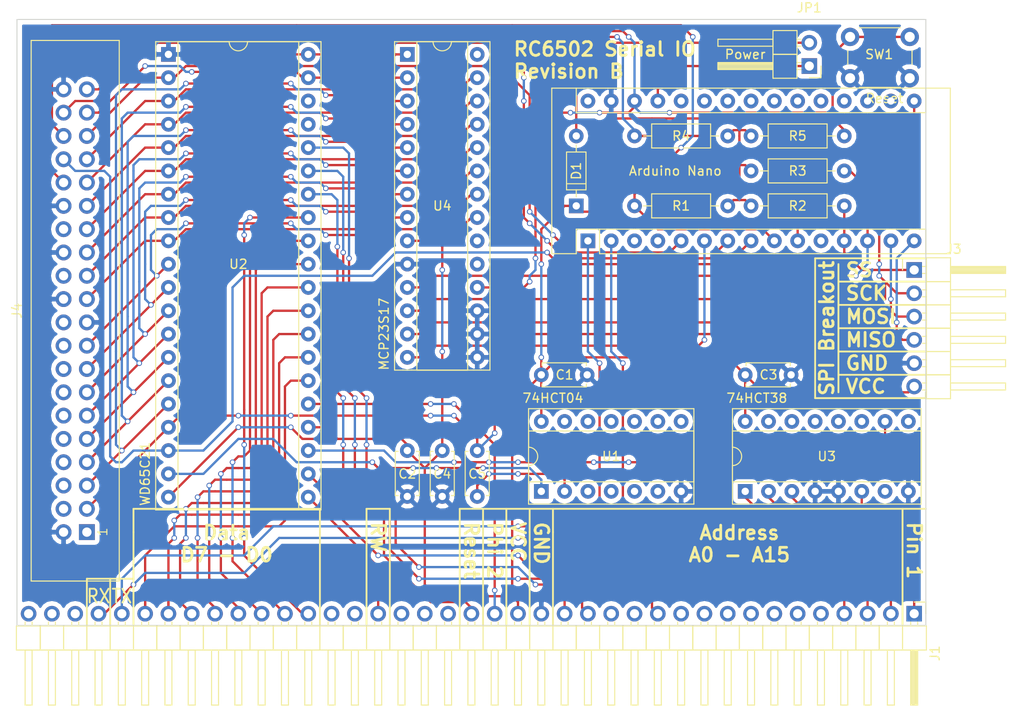
<source format=kicad_pcb>
(kicad_pcb (version 4) (host pcbnew 4.0.6)
  (layers (0 F.Cu signal) (31 B.Cu signal) (34 B.Paste user) (35 F.Paste user) (36 B.SilkS user) (37 F.SilkS user) (38 B.Mask user) (39 F.Mask user) (44 Edge.Cuts user))
  (net 0 "")
  (net 1 VCC)
  (net 2 GND)
  (net 3 OUT_DA)
  (net 4 A15)
  (net 5 A14)
  (net 6 A13)
  (net 7 A12)
  (net 8 A4)
  (net 9 A1)
  (net 10 A0)
  (net 11 PHI2)
  (net 12 RESET)
  (net 13 D0)
  (net 14 D1)
  (net 15 D2)
  (net 16 D3)
  (net 17 D4)
  (net 18 D5)
  (net 19 D6)
  (net 20 D7)
  (net 21 KBD_READY)
  (net 22 /CS1)
  (net 23 "Net-(J2-Pad27)")
  (net 24 "Net-(J2-Pad13)")
  (net 25 /MOSI)
  (net 26 /MISO)
  (net 27 /SCK)
  (net 28 "Net-(U1-Pad1)")
  (net 29 KBD_D0)
  (net 30 KBD_D1)
  (net 31 "Net-(U2-Pad23)")
  (net 32 KBD_D2)
  (net 33 KBD_D3)
  (net 34 KBD_D4)
  (net 35 KBD_D5)
  (net 36 KBD_D6)
  (net 37 KBD_D7)
  (net 38 OUT_D0)
  (net 39 OUT_D1)
  (net 40 OUT_D2)
  (net 41 OUT_D3)
  (net 42 OUT_D4)
  (net 43 OUT_D5)
  (net 44 OUT_D6)
  (net 45 RW)
  (net 46 TX)
  (net 47 RX)
  (net 48 KBD_STROBE)
  (net 49 OUT_RDA)
  (net 50 OUT_DETECT)
  (net 51 KBD_DETECT)
  (net 52 P_RESET)
  (net 53 "Net-(C5-Pad2)")
  (net 54 "Net-(D1-Pad2)")
  (module Connectors:IDC_Header_Straight_40pins (layer F.Cu) (at 106.68 124.46 90)
    (fp_text reference J4 (at 24.13 -7.62 90) (layer F.SilkS))
    (fp_text value "Peripheral Bus")
    (fp_text user 1 (at 0.02 1.72 90) (layer F.SilkS) (effects (font (thickness 0.12))))
    (pad 1 thru_hole rect (at 0 0 90) (size 1.7272 1.7272) (drill 1.016) (layers *.Cu *.Mask))
    (pad 2 thru_hole oval (at 0 -2.54 90) (size 1.7272 1.7272) (drill 1.016) (layers *.Cu *.Mask) (net 2 GND))
    (pad 3 thru_hole oval (at 2.54 0 90) (size 1.7272 1.7272) (drill 1.016) (layers *.Cu *.Mask) (net 3 OUT_DA))
    (pad 4 thru_hole oval (at 2.54 -2.54 90) (size 1.7272 1.7272) (drill 1.016) (layers *.Cu *.Mask))
    (pad 5 thru_hole oval (at 5.08 0 90) (size 1.7272 1.7272) (drill 1.016) (layers *.Cu *.Mask) (net 44 OUT_D6))
    (pad 6 thru_hole oval (at 5.08 -2.54 90) (size 1.7272 1.7272) (drill 1.016) (layers *.Cu *.Mask))
    (pad 7 thru_hole oval (at 7.62 0 90) (size 1.7272 1.7272) (drill 1.016) (layers *.Cu *.Mask) (net 43 OUT_D5))
    (pad 8 thru_hole oval (at 7.62 -2.54 90) (size 1.7272 1.7272) (drill 1.016) (layers *.Cu *.Mask))
    (pad 9 thru_hole oval (at 10.16 0 90) (size 1.7272 1.7272) (drill 1.016) (layers *.Cu *.Mask) (net 42 OUT_D4))
    (pad 10 thru_hole oval (at 10.16 -2.54 90) (size 1.7272 1.7272) (drill 1.016) (layers *.Cu *.Mask))
    (pad 11 thru_hole oval (at 12.7 0 90) (size 1.7272 1.7272) (drill 1.016) (layers *.Cu *.Mask) (net 41 OUT_D3))
    (pad 12 thru_hole oval (at 12.7 -2.54 90) (size 1.7272 1.7272) (drill 1.016) (layers *.Cu *.Mask))
    (pad 13 thru_hole oval (at 15.24 0 90) (size 1.7272 1.7272) (drill 1.016) (layers *.Cu *.Mask) (net 40 OUT_D2))
    (pad 14 thru_hole oval (at 15.24 -2.54 90) (size 1.7272 1.7272) (drill 1.016) (layers *.Cu *.Mask))
    (pad 15 thru_hole oval (at 17.78 0 90) (size 1.7272 1.7272) (drill 1.016) (layers *.Cu *.Mask) (net 39 OUT_D1))
    (pad 16 thru_hole oval (at 17.78 -2.54 90) (size 1.7272 1.7272) (drill 1.016) (layers *.Cu *.Mask))
    (pad 17 thru_hole oval (at 20.32 0 90) (size 1.7272 1.7272) (drill 1.016) (layers *.Cu *.Mask) (net 38 OUT_D0))
    (pad 18 thru_hole oval (at 20.32 -2.54 90) (size 1.7272 1.7272) (drill 1.016) (layers *.Cu *.Mask))
    (pad 19 thru_hole oval (at 22.86 0 90) (size 1.7272 1.7272) (drill 1.016) (layers *.Cu *.Mask) (net 2 GND))
    (pad 20 thru_hole oval (at 22.86 -2.54 90) (size 1.7272 1.7272) (drill 1.016) (layers *.Cu *.Mask))
    (pad 21 thru_hole oval (at 25.4 0 90) (size 1.7272 1.7272) (drill 1.016) (layers *.Cu *.Mask) (net 37 KBD_D7))
    (pad 22 thru_hole oval (at 25.4 -2.54 90) (size 1.7272 1.7272) (drill 1.016) (layers *.Cu *.Mask) (net 2 GND))
    (pad 23 thru_hole oval (at 27.94 0 90) (size 1.7272 1.7272) (drill 1.016) (layers *.Cu *.Mask) (net 36 KBD_D6))
    (pad 24 thru_hole oval (at 27.94 -2.54 90) (size 1.7272 1.7272) (drill 1.016) (layers *.Cu *.Mask))
    (pad 25 thru_hole oval (at 30.48 0 90) (size 1.7272 1.7272) (drill 1.016) (layers *.Cu *.Mask) (net 35 KBD_D5))
    (pad 26 thru_hole oval (at 30.48 -2.54 90) (size 1.7272 1.7272) (drill 1.016) (layers *.Cu *.Mask) (net 2 GND))
    (pad 27 thru_hole oval (at 33.02 0 90) (size 1.7272 1.7272) (drill 1.016) (layers *.Cu *.Mask) (net 34 KBD_D4))
    (pad 28 thru_hole oval (at 33.02 -2.54 90) (size 1.7272 1.7272) (drill 1.016) (layers *.Cu *.Mask))
    (pad 29 thru_hole oval (at 35.56 0 90) (size 1.7272 1.7272) (drill 1.016) (layers *.Cu *.Mask) (net 33 KBD_D3))
    (pad 30 thru_hole oval (at 35.56 -2.54 90) (size 1.7272 1.7272) (drill 1.016) (layers *.Cu *.Mask) (net 2 GND))
    (pad 31 thru_hole oval (at 38.1 0 90) (size 1.7272 1.7272) (drill 1.016) (layers *.Cu *.Mask) (net 32 KBD_D2))
    (pad 32 thru_hole oval (at 38.1 -2.54 90) (size 1.7272 1.7272) (drill 1.016) (layers *.Cu *.Mask) (net 50 OUT_DETECT))
    (pad 33 thru_hole oval (at 40.64 0 90) (size 1.7272 1.7272) (drill 1.016) (layers *.Cu *.Mask) (net 30 KBD_D1))
    (pad 34 thru_hole oval (at 40.64 -2.54 90) (size 1.7272 1.7272) (drill 1.016) (layers *.Cu *.Mask) (net 49 OUT_RDA))
    (pad 35 thru_hole oval (at 43.18 0 90) (size 1.7272 1.7272) (drill 1.016) (layers *.Cu *.Mask) (net 29 KBD_D0))
    (pad 36 thru_hole oval (at 43.18 -2.54 90) (size 1.7272 1.7272) (drill 1.016) (layers *.Cu *.Mask) (net 52 P_RESET))
    (pad 37 thru_hole oval (at 45.72 0 90) (size 1.7272 1.7272) (drill 1.016) (layers *.Cu *.Mask) (net 21 KBD_READY))
    (pad 38 thru_hole oval (at 45.72 -2.54 90) (size 1.7272 1.7272) (drill 1.016) (layers *.Cu *.Mask) (net 48 KBD_STROBE))
    (pad 39 thru_hole oval (at 48.26 0 90) (size 1.7272 1.7272) (drill 1.016) (layers *.Cu *.Mask) (net 51 KBD_DETECT))
    (pad 40 thru_hole oval (at 48.26 -2.54 90) (size 1.7272 1.7272) (drill 1.016) (layers *.Cu *.Mask) (net 2 GND))
  )
  (module Capacitors_THT:C_Disc_D4.7mm_W2.5mm_P5.00mm (layer F.Cu) (at 156.21 107.315)
    (fp_text reference C1 (at 2.54 0 180) (layer F.SilkS))
    (fp_text value 100nF)
    (pad 1 thru_hole circle (at 0 0) (size 1.6 1.6) (drill 0.8) (layers *.Cu *.Mask) (net 1 VCC))
    (pad 2 thru_hole circle (at 5 0) (size 1.6 1.6) (drill 0.8) (layers *.Cu *.Mask) (net 2 GND))
  )
  (module Capacitors_THT:C_Disc_D4.7mm_W2.5mm_P5.00mm (layer F.Cu) (at 141.605 115.57 270)
    (fp_text reference C2 (at 2.54 0 360) (layer F.SilkS))
    (fp_text value 100nF)
    (pad 1 thru_hole circle (at 0 0 270) (size 1.6 1.6) (drill 0.8) (layers *.Cu *.Mask) (net 1 VCC))
    (pad 2 thru_hole circle (at 5 0 270) (size 1.6 1.6) (drill 0.8) (layers *.Cu *.Mask) (net 2 GND))
  )
  (module Capacitors_THT:C_Disc_D4.7mm_W2.5mm_P5.00mm (layer F.Cu) (at 178.435 107.315)
    (fp_text reference C3 (at 2.54 0 180) (layer F.SilkS))
    (fp_text value 100nF)
    (pad 1 thru_hole circle (at 0 0) (size 1.6 1.6) (drill 0.8) (layers *.Cu *.Mask) (net 1 VCC))
    (pad 2 thru_hole circle (at 5 0) (size 1.6 1.6) (drill 0.8) (layers *.Cu *.Mask) (net 2 GND))
  )
  (module Capacitors_THT:C_Disc_D4.7mm_W2.5mm_P5.00mm (layer F.Cu) (at 145.415 115.57 270)
    (fp_text reference C4 (at 2.54 0 360) (layer F.SilkS))
    (fp_text value 100nF)
    (pad 1 thru_hole circle (at 0 0 270) (size 1.6 1.6) (drill 0.8) (layers *.Cu *.Mask) (net 1 VCC))
    (pad 2 thru_hole circle (at 5 0 270) (size 1.6 1.6) (drill 0.8) (layers *.Cu *.Mask) (net 2 GND))
  )
  (module Pin_Headers:Pin_Header_Angled_1x39_Pitch2.54mm (layer F.Cu) (at 196.85 133.35 270)
    (fp_text reference J1 (at 4.315 -2.27 270) (layer F.SilkS))
    (fp_text value CONN_01X39)
    (pad 1 thru_hole rect (at 0 0 270) (size 1.7 1.7) (drill 1) (layers *.Cu *.Mask) (net 4 A15))
    (pad 2 thru_hole oval (at 0 2.54 270) (size 1.7 1.7) (drill 1) (layers *.Cu *.Mask) (net 5 A14))
    (pad 3 thru_hole oval (at 0 5.08 270) (size 1.7 1.7) (drill 1) (layers *.Cu *.Mask) (net 6 A13))
    (pad 4 thru_hole oval (at 0 7.62 270) (size 1.7 1.7) (drill 1) (layers *.Cu *.Mask) (net 7 A12))
    (pad 5 thru_hole oval (at 0 10.16 270) (size 1.7 1.7) (drill 1) (layers *.Cu *.Mask))
    (pad 6 thru_hole oval (at 0 12.7 270) (size 1.7 1.7) (drill 1) (layers *.Cu *.Mask))
    (pad 7 thru_hole oval (at 0 15.24 270) (size 1.7 1.7) (drill 1) (layers *.Cu *.Mask))
    (pad 8 thru_hole oval (at 0 17.78 270) (size 1.7 1.7) (drill 1) (layers *.Cu *.Mask))
    (pad 9 thru_hole oval (at 0 20.32 270) (size 1.7 1.7) (drill 1) (layers *.Cu *.Mask))
    (pad 10 thru_hole oval (at 0 22.86 270) (size 1.7 1.7) (drill 1) (layers *.Cu *.Mask))
    (pad 11 thru_hole oval (at 0 25.4 270) (size 1.7 1.7) (drill 1) (layers *.Cu *.Mask))
    (pad 12 thru_hole oval (at 0 27.94 270) (size 1.7 1.7) (drill 1) (layers *.Cu *.Mask) (net 8 A4))
    (pad 13 thru_hole oval (at 0 30.48 270) (size 1.7 1.7) (drill 1) (layers *.Cu *.Mask))
    (pad 14 thru_hole oval (at 0 33.02 270) (size 1.7 1.7) (drill 1) (layers *.Cu *.Mask))
    (pad 15 thru_hole oval (at 0 35.56 270) (size 1.7 1.7) (drill 1) (layers *.Cu *.Mask) (net 9 A1))
    (pad 16 thru_hole oval (at 0 38.1 270) (size 1.7 1.7) (drill 1) (layers *.Cu *.Mask) (net 10 A0))
    (pad 17 thru_hole oval (at 0 40.64 270) (size 1.7 1.7) (drill 1) (layers *.Cu *.Mask) (net 2 GND))
    (pad 18 thru_hole oval (at 0 43.18 270) (size 1.7 1.7) (drill 1) (layers *.Cu *.Mask) (net 1 VCC))
    (pad 19 thru_hole oval (at 0 45.72 270) (size 1.7 1.7) (drill 1) (layers *.Cu *.Mask) (net 11 PHI2))
    (pad 20 thru_hole oval (at 0 48.26 270) (size 1.7 1.7) (drill 1) (layers *.Cu *.Mask) (net 12 RESET))
    (pad 21 thru_hole oval (at 0 50.8 270) (size 1.7 1.7) (drill 1) (layers *.Cu *.Mask))
    (pad 22 thru_hole oval (at 0 53.34 270) (size 1.7 1.7) (drill 1) (layers *.Cu *.Mask))
    (pad 23 thru_hole oval (at 0 55.88 270) (size 1.7 1.7) (drill 1) (layers *.Cu *.Mask))
    (pad 24 thru_hole oval (at 0 58.42 270) (size 1.7 1.7) (drill 1) (layers *.Cu *.Mask) (net 45 RW))
    (pad 25 thru_hole oval (at 0 60.96 270) (size 1.7 1.7) (drill 1) (layers *.Cu *.Mask))
    (pad 26 thru_hole oval (at 0 63.5 270) (size 1.7 1.7) (drill 1) (layers *.Cu *.Mask))
    (pad 27 thru_hole oval (at 0 66.04 270) (size 1.7 1.7) (drill 1) (layers *.Cu *.Mask) (net 13 D0))
    (pad 28 thru_hole oval (at 0 68.58 270) (size 1.7 1.7) (drill 1) (layers *.Cu *.Mask) (net 14 D1))
    (pad 29 thru_hole oval (at 0 71.12 270) (size 1.7 1.7) (drill 1) (layers *.Cu *.Mask) (net 15 D2))
    (pad 30 thru_hole oval (at 0 73.66 270) (size 1.7 1.7) (drill 1) (layers *.Cu *.Mask) (net 16 D3))
    (pad 31 thru_hole oval (at 0 76.2 270) (size 1.7 1.7) (drill 1) (layers *.Cu *.Mask) (net 17 D4))
    (pad 32 thru_hole oval (at 0 78.74 270) (size 1.7 1.7) (drill 1) (layers *.Cu *.Mask) (net 18 D5))
    (pad 33 thru_hole oval (at 0 81.28 270) (size 1.7 1.7) (drill 1) (layers *.Cu *.Mask) (net 19 D6))
    (pad 34 thru_hole oval (at 0 83.82 270) (size 1.7 1.7) (drill 1) (layers *.Cu *.Mask) (net 20 D7))
    (pad 35 thru_hole oval (at 0 86.36 270) (size 1.7 1.7) (drill 1) (layers *.Cu *.Mask) (net 46 TX))
    (pad 36 thru_hole oval (at 0 88.9 270) (size 1.7 1.7) (drill 1) (layers *.Cu *.Mask) (net 47 RX))
    (pad 37 thru_hole oval (at 0 91.44 270) (size 1.7 1.7) (drill 1) (layers *.Cu *.Mask))
    (pad 38 thru_hole oval (at 0 93.98 270) (size 1.7 1.7) (drill 1) (layers *.Cu *.Mask))
    (pad 39 thru_hole oval (at 0 96.52 270) (size 1.7 1.7) (drill 1) (layers *.Cu *.Mask))
  )
  (module Modules:Arduino_Nano (layer F.Cu) (at 161.29 92.71 90)
    (fp_text reference J2)
    (fp_text value "Arduino Nano" (at 7.62 9.525 180) (layer F.SilkS))
    (pad 1 thru_hole rect (at 0 0 90) (size 1.6 1.6) (drill 0.8) (layers *.Cu *.Mask) (net 46 TX))
    (pad 17 thru_hole oval (at 15.24 33.02 90) (size 1.6 1.6) (drill 0.8) (layers *.Cu *.Mask))
    (pad 2 thru_hole oval (at 0 2.54 90) (size 1.6 1.6) (drill 0.8) (layers *.Cu *.Mask) (net 47 RX))
    (pad 18 thru_hole oval (at 15.24 30.48 90) (size 1.6 1.6) (drill 0.8) (layers *.Cu *.Mask))
    (pad 3 thru_hole oval (at 0 5.08 90) (size 1.6 1.6) (drill 0.8) (layers *.Cu *.Mask))
    (pad 19 thru_hole oval (at 15.24 27.94 90) (size 1.6 1.6) (drill 0.8) (layers *.Cu *.Mask))
    (pad 4 thru_hole oval (at 0 7.62 90) (size 1.6 1.6) (drill 0.8) (layers *.Cu *.Mask))
    (pad 20 thru_hole oval (at 15.24 25.4 90) (size 1.6 1.6) (drill 0.8) (layers *.Cu *.Mask))
    (pad 5 thru_hole oval (at 0 10.16 90) (size 1.6 1.6) (drill 0.8) (layers *.Cu *.Mask) (net 21 KBD_READY))
    (pad 21 thru_hole oval (at 15.24 22.86 90) (size 1.6 1.6) (drill 0.8) (layers *.Cu *.Mask))
    (pad 6 thru_hole oval (at 0 12.7 90) (size 1.6 1.6) (drill 0.8) (layers *.Cu *.Mask) (net 3 OUT_DA))
    (pad 22 thru_hole oval (at 15.24 20.32 90) (size 1.6 1.6) (drill 0.8) (layers *.Cu *.Mask))
    (pad 7 thru_hole oval (at 0 15.24 90) (size 1.6 1.6) (drill 0.8) (layers *.Cu *.Mask) (net 48 KBD_STROBE))
    (pad 23 thru_hole oval (at 15.24 17.78 90) (size 1.6 1.6) (drill 0.8) (layers *.Cu *.Mask))
    (pad 8 thru_hole oval (at 0 17.78 90) (size 1.6 1.6) (drill 0.8) (layers *.Cu *.Mask) (net 49 OUT_RDA))
    (pad 24 thru_hole oval (at 15.24 15.24 90) (size 1.6 1.6) (drill 0.8) (layers *.Cu *.Mask))
    (pad 9 thru_hole oval (at 0 20.32 90) (size 1.6 1.6) (drill 0.8) (layers *.Cu *.Mask) (net 50 OUT_DETECT))
    (pad 25 thru_hole oval (at 15.24 12.7 90) (size 1.6 1.6) (drill 0.8) (layers *.Cu *.Mask))
    (pad 10 thru_hole oval (at 0 22.86 90) (size 1.6 1.6) (drill 0.8) (layers *.Cu *.Mask) (net 51 KBD_DETECT))
    (pad 26 thru_hole oval (at 15.24 10.16 90) (size 1.6 1.6) (drill 0.8) (layers *.Cu *.Mask))
    (pad 11 thru_hole oval (at 0 25.4 90) (size 1.6 1.6) (drill 0.8) (layers *.Cu *.Mask))
    (pad 27 thru_hole oval (at 15.24 7.62 90) (size 1.6 1.6) (drill 0.8) (layers *.Cu *.Mask) (net 23 "Net-(J2-Pad27)"))
    (pad 12 thru_hole oval (at 0 27.94 90) (size 1.6 1.6) (drill 0.8) (layers *.Cu *.Mask) (net 22 /CS1))
    (pad 28 thru_hole oval (at 15.24 5.08 90) (size 1.6 1.6) (drill 0.8) (layers *.Cu *.Mask) (net 52 P_RESET))
    (pad 13 thru_hole oval (at 0 30.48 90) (size 1.6 1.6) (drill 0.8) (layers *.Cu *.Mask) (net 24 "Net-(J2-Pad13)"))
    (pad 29 thru_hole oval (at 15.24 2.54 90) (size 1.6 1.6) (drill 0.8) (layers *.Cu *.Mask) (net 2 GND))
    (pad 14 thru_hole oval (at 0 33.02 90) (size 1.6 1.6) (drill 0.8) (layers *.Cu *.Mask) (net 25 /MOSI))
    (pad 30 thru_hole oval (at 15.24 0 90) (size 1.6 1.6) (drill 0.8) (layers *.Cu *.Mask))
    (pad 15 thru_hole oval (at 0 35.56 90) (size 1.6 1.6) (drill 0.8) (layers *.Cu *.Mask) (net 26 /MISO))
    (pad 16 thru_hole oval (at 15.24 35.56 90) (size 1.6 1.6) (drill 0.8) (layers *.Cu *.Mask) (net 27 /SCK))
  )
  (module Pin_Headers:Pin_Header_Angled_1x02_Pitch2.54mm (layer F.Cu) (at 185.42 73.66 180)
    (fp_text reference JP1 (at 0 6.35 180) (layer F.SilkS))
    (fp_text value Power (at 6.985 1.27 180) (layer F.SilkS))
    (pad 1 thru_hole rect (at 0 0 180) (size 1.7 1.7) (drill 1) (layers *.Cu *.Mask) (net 23 "Net-(J2-Pad27)"))
    (pad 2 thru_hole oval (at 0 2.54 180) (size 1.7 1.7) (drill 1) (layers *.Cu *.Mask) (net 54 "Net-(D1-Pad2)"))
  )
  (module Resistors_THT:R_Axial_DIN0207_L6.3mm_D2.5mm_P10.16mm_Horizontal (layer F.Cu) (at 166.37 88.9)
    (fp_text reference R1 (at 5.08 0) (layer F.SilkS))
    (fp_text value 10k)
    (pad 1 thru_hole circle (at 0 0) (size 1.6 1.6) (drill 0.8) (layers *.Cu *.Mask) (net 50 OUT_DETECT))
    (pad 2 thru_hole oval (at 10.16 0) (size 1.6 1.6) (drill 0.8) (layers *.Cu *.Mask) (net 1 VCC))
  )
  (module Resistors_THT:R_Axial_DIN0207_L6.3mm_D2.5mm_P10.16mm_Horizontal (layer F.Cu) (at 179.07 88.9)
    (fp_text reference R2 (at 5.08 0) (layer F.SilkS))
    (fp_text value 10k)
    (pad 1 thru_hole circle (at 0 0) (size 1.6 1.6) (drill 0.8) (layers *.Cu *.Mask) (net 1 VCC))
    (pad 2 thru_hole oval (at 10.16 0) (size 1.6 1.6) (drill 0.8) (layers *.Cu *.Mask) (net 22 /CS1))
  )
  (module Resistors_THT:R_Axial_DIN0207_L6.3mm_D2.5mm_P10.16mm_Horizontal (layer F.Cu) (at 179.07 85.09)
    (fp_text reference R3 (at 5.08 0) (layer F.SilkS))
    (fp_text value 10k)
    (pad 1 thru_hole circle (at 0 0) (size 1.6 1.6) (drill 0.8) (layers *.Cu *.Mask) (net 1 VCC))
    (pad 2 thru_hole oval (at 10.16 0) (size 1.6 1.6) (drill 0.8) (layers *.Cu *.Mask) (net 24 "Net-(J2-Pad13)"))
  )
  (module Buttons_Switches_THT:SW_PUSH_6mm (layer F.Cu) (at 189.865 70.485)
    (fp_text reference SW1 (at 3.175 1.905) (layer F.SilkS))
    (fp_text value Reset (at 3.75 6.7) (layer F.SilkS))
    (pad 2 thru_hole circle (at 0 4.5 90) (size 2 2) (drill 1.1) (layers *.Cu *.Mask) (net 2 GND))
    (pad 1 thru_hole circle (at 0 0 90) (size 2 2) (drill 1.1) (layers *.Cu *.Mask) (net 52 P_RESET))
    (pad 2 thru_hole circle (at 6.5 4.5 90) (size 2 2) (drill 1.1) (layers *.Cu *.Mask) (net 2 GND))
    (pad 1 thru_hole circle (at 6.5 0 90) (size 2 2) (drill 1.1) (layers *.Cu *.Mask) (net 52 P_RESET))
  )
  (module Housings_DIP:DIP-14_W7.62mm_Socket (layer F.Cu) (at 156.21 120.015 90)
    (fp_text reference U1 (at 3.81 7.62 360) (layer F.SilkS))
    (fp_text value 74HCT04 (at 10.16 1.27 180) (layer F.SilkS))
    (pad 1 thru_hole rect (at 0 0 90) (size 1.6 1.6) (drill 0.8) (layers *.Cu *.Mask) (net 28 "Net-(U1-Pad1)"))
    (pad 8 thru_hole oval (at 7.62 15.24 90) (size 1.6 1.6) (drill 0.8) (layers *.Cu *.Mask))
    (pad 2 thru_hole oval (at 0 2.54 90) (size 1.6 1.6) (drill 0.8) (layers *.Cu *.Mask) (net 53 "Net-(C5-Pad2)"))
    (pad 9 thru_hole oval (at 7.62 12.7 90) (size 1.6 1.6) (drill 0.8) (layers *.Cu *.Mask))
    (pad 3 thru_hole oval (at 0 5.08 90) (size 1.6 1.6) (drill 0.8) (layers *.Cu *.Mask))
    (pad 10 thru_hole oval (at 7.62 10.16 90) (size 1.6 1.6) (drill 0.8) (layers *.Cu *.Mask))
    (pad 4 thru_hole oval (at 0 7.62 90) (size 1.6 1.6) (drill 0.8) (layers *.Cu *.Mask))
    (pad 11 thru_hole oval (at 7.62 7.62 90) (size 1.6 1.6) (drill 0.8) (layers *.Cu *.Mask))
    (pad 5 thru_hole oval (at 0 10.16 90) (size 1.6 1.6) (drill 0.8) (layers *.Cu *.Mask))
    (pad 12 thru_hole oval (at 7.62 5.08 90) (size 1.6 1.6) (drill 0.8) (layers *.Cu *.Mask))
    (pad 6 thru_hole oval (at 0 12.7 90) (size 1.6 1.6) (drill 0.8) (layers *.Cu *.Mask))
    (pad 13 thru_hole oval (at 7.62 2.54 90) (size 1.6 1.6) (drill 0.8) (layers *.Cu *.Mask))
    (pad 7 thru_hole oval (at 0 15.24 90) (size 1.6 1.6) (drill 0.8) (layers *.Cu *.Mask) (net 2 GND))
    (pad 14 thru_hole oval (at 7.62 0 90) (size 1.6 1.6) (drill 0.8) (layers *.Cu *.Mask) (net 1 VCC))
  )
  (module Housings_DIP:DIP-40_W15.24mm_Socket (layer F.Cu) (at 115.57 72.39)
    (fp_text reference U2 (at 7.62 22.86 180) (layer F.SilkS))
    (fp_text value WD65C21 (at -2.54 45.72 270) (layer F.SilkS))
    (pad 1 thru_hole rect (at 0 0) (size 1.6 1.6) (drill 0.8) (layers *.Cu *.Mask) (net 2 GND))
    (pad 21 thru_hole oval (at 15.24 48.26) (size 1.6 1.6) (drill 0.8) (layers *.Cu *.Mask) (net 45 RW))
    (pad 2 thru_hole oval (at 0 2.54) (size 1.6 1.6) (drill 0.8) (layers *.Cu *.Mask) (net 29 KBD_D0))
    (pad 22 thru_hole oval (at 15.24 45.72) (size 1.6 1.6) (drill 0.8) (layers *.Cu *.Mask) (net 8 A4))
    (pad 3 thru_hole oval (at 0 5.08) (size 1.6 1.6) (drill 0.8) (layers *.Cu *.Mask) (net 30 KBD_D1))
    (pad 23 thru_hole oval (at 15.24 43.18) (size 1.6 1.6) (drill 0.8) (layers *.Cu *.Mask) (net 31 "Net-(U2-Pad23)"))
    (pad 4 thru_hole oval (at 0 7.62) (size 1.6 1.6) (drill 0.8) (layers *.Cu *.Mask) (net 32 KBD_D2))
    (pad 24 thru_hole oval (at 15.24 40.64) (size 1.6 1.6) (drill 0.8) (layers *.Cu *.Mask) (net 1 VCC))
    (pad 5 thru_hole oval (at 0 10.16) (size 1.6 1.6) (drill 0.8) (layers *.Cu *.Mask) (net 33 KBD_D3))
    (pad 25 thru_hole oval (at 15.24 38.1) (size 1.6 1.6) (drill 0.8) (layers *.Cu *.Mask) (net 11 PHI2))
    (pad 6 thru_hole oval (at 0 12.7) (size 1.6 1.6) (drill 0.8) (layers *.Cu *.Mask) (net 34 KBD_D4))
    (pad 26 thru_hole oval (at 15.24 35.56) (size 1.6 1.6) (drill 0.8) (layers *.Cu *.Mask) (net 20 D7))
    (pad 7 thru_hole oval (at 0 15.24) (size 1.6 1.6) (drill 0.8) (layers *.Cu *.Mask) (net 35 KBD_D5))
    (pad 27 thru_hole oval (at 15.24 33.02) (size 1.6 1.6) (drill 0.8) (layers *.Cu *.Mask) (net 19 D6))
    (pad 8 thru_hole oval (at 0 17.78) (size 1.6 1.6) (drill 0.8) (layers *.Cu *.Mask) (net 36 KBD_D6))
    (pad 28 thru_hole oval (at 15.24 30.48) (size 1.6 1.6) (drill 0.8) (layers *.Cu *.Mask) (net 18 D5))
    (pad 9 thru_hole oval (at 0 20.32) (size 1.6 1.6) (drill 0.8) (layers *.Cu *.Mask) (net 37 KBD_D7))
    (pad 29 thru_hole oval (at 15.24 27.94) (size 1.6 1.6) (drill 0.8) (layers *.Cu *.Mask) (net 17 D4))
    (pad 10 thru_hole oval (at 0 22.86) (size 1.6 1.6) (drill 0.8) (layers *.Cu *.Mask) (net 38 OUT_D0))
    (pad 30 thru_hole oval (at 15.24 25.4) (size 1.6 1.6) (drill 0.8) (layers *.Cu *.Mask) (net 16 D3))
    (pad 11 thru_hole oval (at 0 25.4) (size 1.6 1.6) (drill 0.8) (layers *.Cu *.Mask) (net 39 OUT_D1))
    (pad 31 thru_hole oval (at 15.24 22.86) (size 1.6 1.6) (drill 0.8) (layers *.Cu *.Mask) (net 15 D2))
    (pad 12 thru_hole oval (at 0 27.94) (size 1.6 1.6) (drill 0.8) (layers *.Cu *.Mask) (net 40 OUT_D2))
    (pad 32 thru_hole oval (at 15.24 20.32) (size 1.6 1.6) (drill 0.8) (layers *.Cu *.Mask) (net 14 D1))
    (pad 13 thru_hole oval (at 0 30.48) (size 1.6 1.6) (drill 0.8) (layers *.Cu *.Mask) (net 41 OUT_D3))
    (pad 33 thru_hole oval (at 15.24 17.78) (size 1.6 1.6) (drill 0.8) (layers *.Cu *.Mask) (net 13 D0))
    (pad 14 thru_hole oval (at 0 33.02) (size 1.6 1.6) (drill 0.8) (layers *.Cu *.Mask) (net 42 OUT_D4))
    (pad 34 thru_hole oval (at 15.24 15.24) (size 1.6 1.6) (drill 0.8) (layers *.Cu *.Mask) (net 12 RESET))
    (pad 15 thru_hole oval (at 0 35.56) (size 1.6 1.6) (drill 0.8) (layers *.Cu *.Mask) (net 43 OUT_D5))
    (pad 35 thru_hole oval (at 15.24 12.7) (size 1.6 1.6) (drill 0.8) (layers *.Cu *.Mask) (net 9 A1))
    (pad 16 thru_hole oval (at 0 38.1) (size 1.6 1.6) (drill 0.8) (layers *.Cu *.Mask) (net 44 OUT_D6))
    (pad 36 thru_hole oval (at 15.24 10.16) (size 1.6 1.6) (drill 0.8) (layers *.Cu *.Mask) (net 10 A0))
    (pad 17 thru_hole oval (at 0 40.64) (size 1.6 1.6) (drill 0.8) (layers *.Cu *.Mask) (net 3 OUT_DA))
    (pad 37 thru_hole oval (at 15.24 7.62) (size 1.6 1.6) (drill 0.8) (layers *.Cu *.Mask))
    (pad 18 thru_hole oval (at 0 43.18) (size 1.6 1.6) (drill 0.8) (layers *.Cu *.Mask) (net 49 OUT_RDA))
    (pad 38 thru_hole oval (at 15.24 5.08) (size 1.6 1.6) (drill 0.8) (layers *.Cu *.Mask))
    (pad 19 thru_hole oval (at 0 45.72) (size 1.6 1.6) (drill 0.8) (layers *.Cu *.Mask) (net 28 "Net-(U1-Pad1)"))
    (pad 39 thru_hole oval (at 15.24 2.54) (size 1.6 1.6) (drill 0.8) (layers *.Cu *.Mask) (net 21 KBD_READY))
    (pad 20 thru_hole oval (at 0 48.26) (size 1.6 1.6) (drill 0.8) (layers *.Cu *.Mask) (net 1 VCC))
    (pad 40 thru_hole oval (at 15.24 0) (size 1.6 1.6) (drill 0.8) (layers *.Cu *.Mask) (net 48 KBD_STROBE))
  )
  (module Housings_DIP:DIP-16_W7.62mm_Socket (layer F.Cu) (at 178.435 120.015 90)
    (fp_text reference U3 (at 3.81 8.89 180) (layer F.SilkS))
    (fp_text value 74HCT38 (at 10.16 1.27 180) (layer F.SilkS))
    (pad 1 thru_hole rect (at 0 0 90) (size 1.6 1.6) (drill 0.8) (layers *.Cu *.Mask) (net 7 A12))
    (pad 9 thru_hole oval (at 7.62 17.78 90) (size 1.6 1.6) (drill 0.8) (layers *.Cu *.Mask))
    (pad 2 thru_hole oval (at 0 2.54 90) (size 1.6 1.6) (drill 0.8) (layers *.Cu *.Mask) (net 6 A13))
    (pad 10 thru_hole oval (at 7.62 15.24 90) (size 1.6 1.6) (drill 0.8) (layers *.Cu *.Mask) (net 31 "Net-(U2-Pad23)"))
    (pad 3 thru_hole oval (at 0 5.08 90) (size 1.6 1.6) (drill 0.8) (layers *.Cu *.Mask) (net 5 A14))
    (pad 11 thru_hole oval (at 7.62 12.7 90) (size 1.6 1.6) (drill 0.8) (layers *.Cu *.Mask))
    (pad 4 thru_hole oval (at 0 7.62 90) (size 1.6 1.6) (drill 0.8) (layers *.Cu *.Mask) (net 2 GND))
    (pad 12 thru_hole oval (at 7.62 10.16 90) (size 1.6 1.6) (drill 0.8) (layers *.Cu *.Mask))
    (pad 5 thru_hole oval (at 0 10.16 90) (size 1.6 1.6) (drill 0.8) (layers *.Cu *.Mask) (net 2 GND))
    (pad 13 thru_hole oval (at 7.62 7.62 90) (size 1.6 1.6) (drill 0.8) (layers *.Cu *.Mask))
    (pad 6 thru_hole oval (at 0 12.7 90) (size 1.6 1.6) (drill 0.8) (layers *.Cu *.Mask) (net 4 A15))
    (pad 14 thru_hole oval (at 7.62 5.08 90) (size 1.6 1.6) (drill 0.8) (layers *.Cu *.Mask))
    (pad 7 thru_hole oval (at 0 15.24 90) (size 1.6 1.6) (drill 0.8) (layers *.Cu *.Mask))
    (pad 15 thru_hole oval (at 7.62 2.54 90) (size 1.6 1.6) (drill 0.8) (layers *.Cu *.Mask))
    (pad 8 thru_hole oval (at 0 17.78 90) (size 1.6 1.6) (drill 0.8) (layers *.Cu *.Mask) (net 2 GND))
    (pad 16 thru_hole oval (at 7.62 0 90) (size 1.6 1.6) (drill 0.8) (layers *.Cu *.Mask) (net 1 VCC))
  )
  (module Housings_DIP:DIP-28_W7.62mm_Socket (layer F.Cu) (at 141.605 72.39)
    (fp_text reference U4 (at 3.81 16.51) (layer F.SilkS))
    (fp_text value MCP23S17 (at -2.54 30.48 90) (layer F.SilkS))
    (pad 1 thru_hole rect (at 0 0) (size 1.6 1.6) (drill 0.8) (layers *.Cu *.Mask) (net 29 KBD_D0))
    (pad 15 thru_hole oval (at 7.62 33.02) (size 1.6 1.6) (drill 0.8) (layers *.Cu *.Mask) (net 2 GND))
    (pad 2 thru_hole oval (at 0 2.54) (size 1.6 1.6) (drill 0.8) (layers *.Cu *.Mask) (net 30 KBD_D1))
    (pad 16 thru_hole oval (at 7.62 30.48) (size 1.6 1.6) (drill 0.8) (layers *.Cu *.Mask) (net 2 GND))
    (pad 3 thru_hole oval (at 0 5.08) (size 1.6 1.6) (drill 0.8) (layers *.Cu *.Mask) (net 32 KBD_D2))
    (pad 17 thru_hole oval (at 7.62 27.94) (size 1.6 1.6) (drill 0.8) (layers *.Cu *.Mask) (net 2 GND))
    (pad 4 thru_hole oval (at 0 7.62) (size 1.6 1.6) (drill 0.8) (layers *.Cu *.Mask) (net 33 KBD_D3))
    (pad 18 thru_hole oval (at 7.62 25.4) (size 1.6 1.6) (drill 0.8) (layers *.Cu *.Mask) (net 52 P_RESET))
    (pad 5 thru_hole oval (at 0 10.16) (size 1.6 1.6) (drill 0.8) (layers *.Cu *.Mask) (net 34 KBD_D4))
    (pad 19 thru_hole oval (at 7.62 22.86) (size 1.6 1.6) (drill 0.8) (layers *.Cu *.Mask))
    (pad 6 thru_hole oval (at 0 12.7) (size 1.6 1.6) (drill 0.8) (layers *.Cu *.Mask) (net 35 KBD_D5))
    (pad 20 thru_hole oval (at 7.62 20.32) (size 1.6 1.6) (drill 0.8) (layers *.Cu *.Mask))
    (pad 7 thru_hole oval (at 0 15.24) (size 1.6 1.6) (drill 0.8) (layers *.Cu *.Mask) (net 36 KBD_D6))
    (pad 21 thru_hole oval (at 7.62 17.78) (size 1.6 1.6) (drill 0.8) (layers *.Cu *.Mask) (net 38 OUT_D0))
    (pad 8 thru_hole oval (at 0 17.78) (size 1.6 1.6) (drill 0.8) (layers *.Cu *.Mask) (net 37 KBD_D7))
    (pad 22 thru_hole oval (at 7.62 15.24) (size 1.6 1.6) (drill 0.8) (layers *.Cu *.Mask) (net 39 OUT_D1))
    (pad 9 thru_hole oval (at 0 20.32) (size 1.6 1.6) (drill 0.8) (layers *.Cu *.Mask) (net 1 VCC))
    (pad 23 thru_hole oval (at 7.62 12.7) (size 1.6 1.6) (drill 0.8) (layers *.Cu *.Mask) (net 40 OUT_D2))
    (pad 10 thru_hole oval (at 0 22.86) (size 1.6 1.6) (drill 0.8) (layers *.Cu *.Mask) (net 2 GND))
    (pad 24 thru_hole oval (at 7.62 10.16) (size 1.6 1.6) (drill 0.8) (layers *.Cu *.Mask) (net 41 OUT_D3))
    (pad 11 thru_hole oval (at 0 25.4) (size 1.6 1.6) (drill 0.8) (layers *.Cu *.Mask) (net 24 "Net-(J2-Pad13)"))
    (pad 25 thru_hole oval (at 7.62 7.62) (size 1.6 1.6) (drill 0.8) (layers *.Cu *.Mask) (net 42 OUT_D4))
    (pad 12 thru_hole oval (at 0 27.94) (size 1.6 1.6) (drill 0.8) (layers *.Cu *.Mask) (net 27 /SCK))
    (pad 26 thru_hole oval (at 7.62 5.08) (size 1.6 1.6) (drill 0.8) (layers *.Cu *.Mask) (net 43 OUT_D5))
    (pad 13 thru_hole oval (at 0 30.48) (size 1.6 1.6) (drill 0.8) (layers *.Cu *.Mask) (net 25 /MOSI))
    (pad 27 thru_hole oval (at 7.62 2.54) (size 1.6 1.6) (drill 0.8) (layers *.Cu *.Mask) (net 44 OUT_D6))
    (pad 14 thru_hole oval (at 0 33.02) (size 1.6 1.6) (drill 0.8) (layers *.Cu *.Mask) (net 26 /MISO))
    (pad 28 thru_hole oval (at 7.62 0) (size 1.6 1.6) (drill 0.8) (layers *.Cu *.Mask))
  )
  (module Pin_Headers:Pin_Header_Angled_1x06_Pitch2.54mm (layer F.Cu) (at 196.85 95.885)
    (fp_text reference J3 (at 4.315 -2.27) (layer F.SilkS))
    (fp_text value "SPI Breakout")
    (pad 1 thru_hole rect (at 0 0) (size 1.7 1.7) (drill 1) (layers *.Cu *.Mask) (net 22 /CS1))
    (pad 2 thru_hole oval (at 0 2.54) (size 1.7 1.7) (drill 1) (layers *.Cu *.Mask) (net 27 /SCK))
    (pad 3 thru_hole oval (at 0 5.08) (size 1.7 1.7) (drill 1) (layers *.Cu *.Mask) (net 25 /MOSI))
    (pad 4 thru_hole oval (at 0 7.62) (size 1.7 1.7) (drill 1) (layers *.Cu *.Mask) (net 26 /MISO))
    (pad 5 thru_hole oval (at 0 10.16) (size 1.7 1.7) (drill 1) (layers *.Cu *.Mask) (net 2 GND))
    (pad 6 thru_hole oval (at 0 12.7) (size 1.7 1.7) (drill 1) (layers *.Cu *.Mask) (net 1 VCC))
  )
  (module Resistors_THT:R_Axial_DIN0207_L6.3mm_D2.5mm_P10.16mm_Horizontal (layer F.Cu) (at 166.37 81.28)
    (fp_text reference R4 (at 5.08 0) (layer F.SilkS))
    (fp_text value 10k)
    (pad 1 thru_hole circle (at 0 0) (size 1.6 1.6) (drill 0.8) (layers *.Cu *.Mask) (net 51 KBD_DETECT))
    (pad 2 thru_hole oval (at 10.16 0) (size 1.6 1.6) (drill 0.8) (layers *.Cu *.Mask) (net 1 VCC))
  )
  (module Resistors_THT:R_Axial_DIN0207_L6.3mm_D2.5mm_P10.16mm_Horizontal (layer F.Cu) (at 189.23 81.28 180)
    (fp_text reference R5 (at 5.08 0 180) (layer F.SilkS))
    (fp_text value 10k)
    (pad 1 thru_hole circle (at 0 0 180) (size 1.6 1.6) (drill 0.8) (layers *.Cu *.Mask) (net 52 P_RESET))
    (pad 2 thru_hole oval (at 10.16 0 180) (size 1.6 1.6) (drill 0.8) (layers *.Cu *.Mask) (net 1 VCC))
  )
  (module Capacitors_THT:C_Disc_D4.7mm_W2.5mm_P5.00mm (layer F.Cu) (at 149.225 115.57 270)
    (fp_text reference C5 (at 2.54 0 360) (layer F.SilkS))
    (fp_text value 10nF)
    (pad 1 thru_hole circle (at 0 0 270) (size 1.6 1.6) (drill 0.8) (layers *.Cu *.Mask) (net 3 OUT_DA))
    (pad 2 thru_hole circle (at 5 0 270) (size 1.6 1.6) (drill 0.8) (layers *.Cu *.Mask) (net 53 "Net-(C5-Pad2)"))
  )
  (module Diodes_THT:D_DO-35_SOD27_P7.62mm_Horizontal (layer F.Cu) (at 160.02 88.9 90)
    (fp_text reference D1 (at 3.81 0 90) (layer F.SilkS))
    (fp_text value 1N4848)
    (pad 1 thru_hole rect (at 0 0 90) (size 1.6 1.6) (drill 0.8) (layers *.Cu *.Mask) (net 1 VCC))
    (pad 2 thru_hole oval (at 7.62 0 90) (size 1.6 1.6) (drill 0.8) (layers *.Cu *.Mask) (net 54 "Net-(D1-Pad2)"))
  )
  (gr_line (start 188.595 97.155) (end 189.865 97.155) (angle 90) (layer F.SilkS) (width 0.2))
  (gr_line (start 188.595 99.695) (end 189.865 99.695) (angle 90) (layer F.SilkS) (width 0.2))
  (gr_line (start 188.595 102.235) (end 189.865 102.235) (angle 90) (layer F.SilkS) (width 0.2))
  (gr_line (start 188.595 104.775) (end 189.865 104.775) (angle 90) (layer F.SilkS) (width 0.2))
  (gr_line (start 189.865 107.315) (end 188.595 107.315) (angle 90) (layer F.SilkS) (width 0.2))
  (gr_line (start 189.865 107.315) (end 198.12 107.315) (angle 90) (layer F.SilkS) (width 0.2))
  (gr_line (start 189.865 104.775) (end 198.12 104.775) (angle 90) (layer F.SilkS) (width 0.2))
  (gr_line (start 189.865 102.235) (end 198.12 102.235) (angle 90) (layer F.SilkS) (width 0.2))
  (gr_line (start 189.865 99.695) (end 198.12 99.695) (angle 90) (layer F.SilkS) (width 0.2))
  (gr_line (start 189.865 97.155) (end 198.12 97.155) (angle 90) (layer F.SilkS) (width 0.2))
  (gr_line (start 186.055 94.615) (end 198.12 94.615) (angle 90) (layer F.SilkS) (width 0.2))
  (gr_line (start 198.12 109.855) (end 198.12 109.22) (angle 90) (layer F.SilkS) (width 0.2))
  (gr_line (start 186.055 109.855) (end 198.12 109.855) (angle 90) (layer F.SilkS) (width 0.2))
  (gr_line (start 186.055 109.855) (end 186.055 94.615) (angle 90) (layer F.SilkS) (width 0.2))
  (gr_text "SPI Breakout" (at 187.325 102.235 90) (layer F.SilkS) (effects (font (size 1.5 1.5) (thickness 0.3))))
  (gr_line (start 188.595 109.22) (end 188.595 95.25) (angle 90) (layer F.SilkS) (width 0.2))
  (gr_text SS (at 189.23 95.885) (layer F.SilkS) (effects (font (size 1.5 1.5) (thickness 0.3)) (justify left)))
  (gr_text SCK (at 189.23 98.425) (layer F.SilkS) (effects (font (size 1.5 1.5) (thickness 0.3)) (justify left)))
  (gr_text MOSI (at 189.23 100.965) (layer F.SilkS) (effects (font (size 1.5 1.5) (thickness 0.3)) (justify left)))
  (gr_text MISO (at 189.23 103.505) (layer F.SilkS) (effects (font (size 1.5 1.5) (thickness 0.3)) (justify left)))
  (gr_text GND (at 189.23 106.045) (layer F.SilkS) (effects (font (size 1.5 1.5) (thickness 0.3)) (justify left)))
  (gr_text VCC (at 189.23 108.585) (layer F.SilkS) (effects (font (size 1.5 1.5) (thickness 0.3)) (justify left)))
  (gr_text RX (at 107.95 131.445) (layer F.SilkS) (effects (font (size 1.5 1.3) (thickness 0.2))))
  (gr_text TX (at 110.49 131.445) (layer F.SilkS) (effects (font (size 1.5 1.3) (thickness 0.2))))
  (gr_line (start 109.22 129.54) (end 109.22 134.62) (angle 90) (layer F.SilkS) (width 0.2))
  (gr_line (start 106.68 129.54) (end 111.76 129.54) (angle 90) (layer F.SilkS) (width 0.2))
  (gr_line (start 106.68 134.62) (end 106.68 129.54) (angle 90) (layer F.SilkS) (width 0.2))
  (gr_line (start 139.7 121.92) (end 139.7 124.46) (angle 90) (layer F.SilkS) (width 0.2))
  (gr_line (start 137.16 121.92) (end 139.7 121.92) (angle 90) (layer F.SilkS) (width 0.2))
  (gr_line (start 137.16 124.46) (end 137.16 121.92) (angle 90) (layer F.SilkS) (width 0.2))
  (gr_line (start 111.76 121.92) (end 111.76 124.46) (angle 90) (layer F.SilkS) (width 0.2))
  (gr_line (start 132.08 121.92) (end 111.76 121.92) (angle 90) (layer F.SilkS) (width 0.2))
  (gr_line (start 132.08 124.46) (end 132.08 121.92) (angle 90) (layer F.SilkS) (width 0.2))
  (gr_line (start 157.48 121.92) (end 195.58 121.92) (angle 90) (layer F.SilkS) (width 0.2))
  (gr_line (start 149.86 124.46) (end 149.86 121.92) (angle 90) (layer F.SilkS) (width 0.2))
  (gr_line (start 152.4 124.46) (end 152.4 121.92) (angle 90) (layer F.SilkS) (width 0.2))
  (gr_line (start 154.94 124.46) (end 154.94 121.92) (angle 90) (layer F.SilkS) (width 0.2))
  (gr_line (start 147.32 121.92) (end 147.32 124.46) (angle 90) (layer F.SilkS) (width 0.2))
  (gr_line (start 157.48 121.92) (end 147.32 121.92) (angle 90) (layer F.SilkS) (width 0.2))
  (gr_line (start 157.48 124.46) (end 157.48 121.92) (angle 90) (layer F.SilkS) (width 0.2))
  (gr_text "RC6502 Serial IO\nRevision B" (at 153.035 73.025) (layer F.SilkS) (effects (font (size 1.5 1.5) (thickness 0.3)) (justify left)))
  (gr_text "Address\nA0 - A15" (at 177.8 125.73) (layer F.SilkS) (effects (font (size 1.5 1.5) (thickness 0.3))))
  (gr_text "Data\nD7 - D0" (at 121.92 125.73) (layer F.SilkS) (effects (font (size 1.5 1.5) (thickness 0.3))))
  (gr_text GND (at 156.21 123.19 270) (layer F.SilkS) (effects (font (size 1.5 1.5) (thickness 0.3)) (justify left)))
  (gr_text VCC (at 153.67 123.19 270) (layer F.SilkS) (effects (font (size 1.5 1.5) (thickness 0.3)) (justify left)))
  (gr_text "Phi 2" (at 151.13 123.19 270) (layer F.SilkS) (effects (font (size 1.5 1.5) (thickness 0.3)) (justify left)))
  (gr_text RW (at 138.43 123.19 270) (layer F.SilkS) (effects (font (size 1.5 1.5) (thickness 0.3)) (justify left)))
  (gr_line (start 157.48 124.46) (end 157.48 134.62) (angle 90) (layer F.SilkS) (width 0.2))
  (gr_line (start 154.94 124.46) (end 154.94 134.62) (angle 90) (layer F.SilkS) (width 0.2))
  (gr_line (start 152.4 124.46) (end 152.4 134.62) (angle 90) (layer F.SilkS) (width 0.2))
  (gr_line (start 147.32 124.46) (end 147.32 134.62) (angle 90) (layer F.SilkS) (width 0.2))
  (gr_text Reset (at 148.59 123.19 270) (layer F.SilkS) (effects (font (size 1.5 1.5) (thickness 0.3)) (justify left)))
  (gr_line (start 149.86 124.46) (end 149.86 134.62) (angle 90) (layer F.SilkS) (width 0.2))
  (gr_line (start 139.7 124.46) (end 139.7 134.62) (angle 90) (layer F.SilkS) (width 0.2))
  (gr_line (start 137.16 134.62) (end 137.16 124.46) (angle 90) (layer F.SilkS) (width 0.2))
  (gr_line (start 132.08 124.46) (end 132.08 134.62) (angle 90) (layer F.SilkS) (width 0.2))
  (gr_line (start 111.76 134.62) (end 111.76 124.46) (angle 90) (layer F.SilkS) (width 0.2))
  (gr_text "Pin 1" (at 196.85 123.19 270) (layer F.SilkS) (effects (font (size 1.5 1.5) (thickness 0.3)) (justify left)))
  (gr_line (start 195.58 121.92) (end 198.12 121.92) (angle 90) (layer F.SilkS) (width 0.2))
  (gr_line (start 195.58 134.62) (end 195.58 121.92) (angle 90) (layer F.SilkS) (width 0.2))
  (gr_line (start 198.12 134.62) (end 198.12 68.58) (angle 90) (layer Edge.Cuts) (width 0.1))
  (gr_line (start 99.06 134.62) (end 99.06 68.58) (angle 90) (layer Edge.Cuts) (width 0.1))
  (gr_line (start 198.12 68.58) (end 99.06 68.58) (angle 90) (layer Edge.Cuts) (width 0.1))
  (gr_line (start 99.06 134.62) (end 198.12 134.62) (angle 90) (layer Edge.Cuts) (width 0.1))
  (segment (start 172.72 113.03) (end 172.72 113.665) (width 0.25) (layer F.Cu) (net 0))
  (segment (start 145.415 93.345) (end 145.415 95.885) (width 0.25) (layer F.Cu) (net 1))
  (segment (start 145.415 93.345) (end 144.78 92.71) (width 0.25) (layer F.Cu) (net 1))
  (segment (start 141.605 92.71) (end 144.78 92.71) (width 0.25) (layer F.Cu) (net 1))
  (segment (start 145.415 104.775) (end 145.415 115.57) (width 0.25) (layer F.Cu) (net 1))
  (via (at 145.415 104.775) (size 0.6) (drill 0.4) (layers F.Cu B.Cu) (net 1))
  (segment (start 145.415 95.885) (end 145.415 104.775) (width 0.25) (layer B.Cu) (net 1))
  (via (at 145.415 95.885) (size 0.6) (drill 0.4) (layers F.Cu B.Cu) (net 1))
  (segment (start 130.175 114.3) (end 128.905 113.03) (width 0.25) (layer F.Cu) (net 1))
  (segment (start 123.19 113.03) (end 115.57 120.65) (width 0.25) (layer F.Cu) (net 1))
  (via (at 123.19 113.03) (size 0.6) (drill 0.4) (layers F.Cu B.Cu) (net 1))
  (segment (start 128.905 113.03) (end 123.19 113.03) (width 0.25) (layer B.Cu) (net 1))
  (via (at 128.905 113.03) (size 0.6) (drill 0.4) (layers F.Cu B.Cu) (net 1))
  (segment (start 156.21 107.315) (end 156.21 105.41) (width 0.25) (layer F.Cu) (net 1))
  (segment (start 158.75 88.9) (end 156.21 91.44) (width 0.25) (layer F.Cu) (net 1))
  (segment (start 158.75 88.9) (end 160.02 88.9) (width 0.25) (layer F.Cu) (net 1))
  (segment (start 156.21 95.25) (end 156.21 91.44) (width 0.25) (layer F.Cu) (net 1))
  (via (at 156.21 95.25) (size 0.6) (drill 0.4) (layers F.Cu B.Cu) (net 1))
  (segment (start 156.21 105.41) (end 156.21 95.25) (width 0.25) (layer B.Cu) (net 1))
  (via (at 156.21 105.41) (size 0.6) (drill 0.4) (layers F.Cu B.Cu) (net 1))
  (segment (start 160.02 88.9) (end 160.655 89.535) (width 0.25) (layer F.Cu) (net 1))
  (segment (start 160.655 89.535) (end 161.925 89.535) (width 0.25) (layer F.Cu) (net 1))
  (segment (start 177.8 80.645) (end 177.8 80.01) (width 0.25) (layer F.Cu) (net 1))
  (segment (start 177.8 80.01) (end 177.165 79.375) (width 0.25) (layer F.Cu) (net 1))
  (segment (start 177.165 79.375) (end 168.275 79.375) (width 0.25) (layer F.Cu) (net 1))
  (segment (start 163.83 79.375) (end 168.275 79.375) (width 0.25) (layer F.Cu) (net 1))
  (segment (start 163.195 80.01) (end 163.83 79.375) (width 0.25) (layer F.Cu) (net 1))
  (segment (start 163.195 88.265) (end 163.195 80.01) (width 0.25) (layer F.Cu) (net 1))
  (segment (start 161.925 89.535) (end 163.195 88.265) (width 0.25) (layer F.Cu) (net 1))
  (segment (start 177.8 80.645) (end 177.165 80.645) (width 0.25) (layer F.Cu) (net 1))
  (segment (start 177.165 80.645) (end 176.53 81.28) (width 0.25) (layer F.Cu) (net 1))
  (segment (start 179.07 81.28) (end 178.435 80.645) (width 0.25) (layer F.Cu) (net 1))
  (segment (start 178.435 80.645) (end 177.8 80.645) (width 0.25) (layer F.Cu) (net 1))
  (segment (start 179.07 85.09) (end 178.435 84.455) (width 0.25) (layer F.Cu) (net 1))
  (segment (start 178.435 84.455) (end 177.8 84.455) (width 0.25) (layer F.Cu) (net 1))
  (segment (start 177.8 88.265) (end 178.435 88.265) (width 0.25) (layer F.Cu) (net 1))
  (segment (start 178.435 88.265) (end 179.07 88.9) (width 0.25) (layer F.Cu) (net 1))
  (segment (start 177.8 88.265) (end 177.165 88.265) (width 0.25) (layer F.Cu) (net 1))
  (segment (start 177.165 88.265) (end 176.53 88.9) (width 0.25) (layer F.Cu) (net 1))
  (segment (start 177.8 81.28) (end 177.8 84.455) (width 0.25) (layer F.Cu) (net 1))
  (segment (start 177.8 84.455) (end 177.8 85.09) (width 0.25) (layer F.Cu) (net 1))
  (segment (start 177.8 85.09) (end 177.8 88.265) (width 0.25) (layer F.Cu) (net 1))
  (segment (start 177.8 81.28) (end 177.8 80.645) (width 0.25) (layer F.Cu) (net 1))
  (segment (start 178.435 107.315) (end 180.34 109.22) (width 0.25) (layer F.Cu) (net 1))
  (segment (start 196.215 109.22) (end 196.85 108.585) (width 0.25) (layer F.Cu) (net 1))
  (segment (start 180.34 109.22) (end 196.215 109.22) (width 0.25) (layer F.Cu) (net 1))
  (segment (start 133.985 114.3) (end 133.35 114.3) (width 0.25) (layer F.Cu) (net 1))
  (segment (start 130.175 114.3) (end 133.35 114.3) (width 0.25) (layer F.Cu) (net 1))
  (segment (start 156.21 107.315) (end 153.035 110.49) (width 0.25) (layer F.Cu) (net 1))
  (segment (start 153.035 110.49) (end 153.035 131.445) (width 0.25) (layer F.Cu) (net 1))
  (segment (start 156.21 107.315) (end 158.115 105.41) (width 0.25) (layer F.Cu) (net 1))
  (segment (start 176.53 105.41) (end 178.435 107.315) (width 0.25) (layer F.Cu) (net 1))
  (segment (start 158.115 105.41) (end 176.53 105.41) (width 0.25) (layer F.Cu) (net 1))
  (segment (start 178.435 112.395) (end 178.435 107.315) (width 0.25) (layer F.Cu) (net 1))
  (segment (start 156.21 107.315) (end 156.21 112.395) (width 0.25) (layer F.Cu) (net 1))
  (segment (start 143.51 117.475) (end 141.605 115.57) (width 0.25) (layer F.Cu) (net 1))
  (segment (start 153.67 132.08) (end 153.67 133.35) (width 0.25) (layer F.Cu) (net 1))
  (segment (start 153.035 131.445) (end 153.67 132.08) (width 0.25) (layer F.Cu) (net 1))
  (segment (start 144.78 131.445) (end 153.035 131.445) (width 0.25) (layer F.Cu) (net 1))
  (segment (start 143.51 117.475) (end 143.51 130.175) (width 0.25) (layer F.Cu) (net 1))
  (segment (start 143.51 130.175) (end 144.78 131.445) (width 0.25) (layer F.Cu) (net 1))
  (segment (start 130.81 113.03) (end 132.715 113.03) (width 0.25) (layer F.Cu) (net 1))
  (segment (start 133.35 113.665) (end 133.985 114.3) (width 0.25) (layer F.Cu) (net 1))
  (segment (start 132.715 113.03) (end 133.35 113.665) (width 0.25) (layer F.Cu) (net 1))
  (segment (start 140.97 114.3) (end 141.605 114.935) (width 0.25) (layer F.Cu) (net 1))
  (segment (start 133.985 114.3) (end 140.97 114.3) (width 0.25) (layer F.Cu) (net 1))
  (segment (start 141.605 114.935) (end 141.605 115.57) (width 0.25) (layer F.Cu) (net 1))
  (segment (start 145.415 115.57) (end 143.51 117.475) (width 0.25) (layer F.Cu) (net 1))
  (segment (start 157.48 104.14) (end 154.94 104.14) (width 0.25) (layer F.Cu) (net 3))
  (segment (start 173.355 104.14) (end 173.99 103.505) (width 0.25) (layer F.Cu) (net 3))
  (segment (start 157.48 104.14) (end 173.355 104.14) (width 0.25) (layer F.Cu) (net 3))
  (segment (start 173.99 92.71) (end 173.99 103.505) (width 0.25) (layer B.Cu) (net 3))
  (via (at 173.99 103.505) (size 0.6) (drill 0.4) (layers F.Cu B.Cu) (net 3))
  (segment (start 151.13 107.95) (end 151.13 109.22) (width 0.25) (layer F.Cu) (net 3))
  (segment (start 154.94 104.14) (end 151.13 107.95) (width 0.25) (layer F.Cu) (net 3))
  (segment (start 151.13 113.665) (end 149.225 115.57) (width 0.25) (layer B.Cu) (net 3))
  (via (at 151.13 113.665) (size 0.6) (drill 0.4) (layers F.Cu B.Cu) (net 3))
  (segment (start 151.13 109.22) (end 151.13 113.665) (width 0.25) (layer F.Cu) (net 3))
  (segment (start 128.905 111.76) (end 123.19 111.76) (width 0.25) (layer B.Cu) (net 3))
  (segment (start 115.57 113.03) (end 116.84 111.76) (width 0.25) (layer F.Cu) (net 3))
  (via (at 128.905 111.76) (size 0.6) (drill 0.4) (layers F.Cu B.Cu) (net 3))
  (segment (start 144.145 111.76) (end 128.905 111.76) (width 0.25) (layer F.Cu) (net 3))
  (via (at 144.145 111.76) (size 0.6) (drill 0.4) (layers F.Cu B.Cu) (net 3))
  (segment (start 146.685 111.76) (end 144.145 111.76) (width 0.25) (layer B.Cu) (net 3))
  (via (at 146.685 111.76) (size 0.6) (drill 0.4) (layers F.Cu B.Cu) (net 3))
  (segment (start 149.225 114.3) (end 146.685 111.76) (width 0.25) (layer F.Cu) (net 3))
  (segment (start 149.225 114.3) (end 149.225 115.57) (width 0.25) (layer F.Cu) (net 3))
  (segment (start 123.19 111.76) (end 116.84 111.76) (width 0.25) (layer F.Cu) (net 3))
  (via (at 123.19 111.76) (size 0.6) (drill 0.4) (layers F.Cu B.Cu) (net 3))
  (segment (start 115.57 113.03) (end 106.68 121.92) (width 0.25) (layer F.Cu) (net 3))
  (segment (start 196.215 130.81) (end 196.85 131.445) (width 0.25) (layer F.Cu) (net 4))
  (segment (start 196.85 131.445) (end 196.85 132.08) (width 0.25) (layer F.Cu) (net 4))
  (segment (start 196.215 130.81) (end 191.135 125.73) (width 0.25) (layer F.Cu) (net 4))
  (segment (start 191.135 120.015) (end 191.135 125.73) (width 0.25) (layer F.Cu) (net 4))
  (segment (start 196.85 132.08) (end 196.85 133.35) (width 0.25) (layer F.Cu) (net 4))
  (segment (start 194.31 133.35) (end 194.31 131.445) (width 0.25) (layer F.Cu) (net 5))
  (segment (start 194.31 131.445) (end 183.515 120.65) (width 0.25) (layer F.Cu) (net 5))
  (segment (start 183.515 120.65) (end 183.515 120.015) (width 0.25) (layer F.Cu) (net 5))
  (segment (start 191.77 133.35) (end 191.77 131.445) (width 0.25) (layer F.Cu) (net 6))
  (segment (start 191.77 131.445) (end 180.975 120.65) (width 0.25) (layer F.Cu) (net 6))
  (segment (start 180.975 120.65) (end 180.975 120.015) (width 0.25) (layer F.Cu) (net 6))
  (segment (start 189.23 133.35) (end 189.23 131.445) (width 0.25) (layer F.Cu) (net 7))
  (segment (start 189.23 131.445) (end 178.435 120.65) (width 0.25) (layer F.Cu) (net 7))
  (segment (start 178.435 120.65) (end 178.435 120.015) (width 0.25) (layer F.Cu) (net 7))
  (segment (start 153.67 127) (end 138.43 127) (width 0.25) (layer B.Cu) (net 8))
  (segment (start 168.275 132.715) (end 168.275 129.54) (width 0.25) (layer F.Cu) (net 8))
  (segment (start 168.275 129.54) (end 167.64 128.905) (width 0.25) (layer F.Cu) (net 8))
  (segment (start 167.64 128.905) (end 155.575 128.905) (width 0.25) (layer F.Cu) (net 8))
  (segment (start 155.575 128.905) (end 153.67 127) (width 0.25) (layer F.Cu) (net 8))
  (via (at 153.67 127) (size 0.6) (drill 0.4) (layers F.Cu B.Cu) (net 8))
  (segment (start 168.91 133.35) (end 168.275 132.715) (width 0.25) (layer F.Cu) (net 8))
  (segment (start 132.715 120.015) (end 130.81 118.11) (width 0.25) (layer F.Cu) (net 8))
  (segment (start 132.715 121.285) (end 132.715 120.015) (width 0.25) (layer F.Cu) (net 8))
  (segment (start 138.43 127) (end 132.715 121.285) (width 0.25) (layer F.Cu) (net 8))
  (via (at 138.43 127) (size 0.6) (drill 0.4) (layers F.Cu B.Cu) (net 8))
  (segment (start 130.81 85.09) (end 133.35 85.09) (width 0.25) (layer B.Cu) (net 9))
  (segment (start 160.655 132.715) (end 161.29 133.35) (width 0.25) (layer F.Cu) (net 9))
  (segment (start 160.655 130.175) (end 160.655 132.715) (width 0.25) (layer F.Cu) (net 9))
  (segment (start 160.02 129.54) (end 160.655 130.175) (width 0.25) (layer F.Cu) (net 9))
  (segment (start 153.67 129.54) (end 160.02 129.54) (width 0.25) (layer F.Cu) (net 9))
  (via (at 153.67 129.54) (size 0.6) (drill 0.4) (layers F.Cu B.Cu) (net 9))
  (segment (start 142.875 129.54) (end 153.67 129.54) (width 0.25) (layer B.Cu) (net 9))
  (via (at 142.875 129.54) (size 0.6) (drill 0.4) (layers F.Cu B.Cu) (net 9))
  (segment (start 139.7 126.365) (end 142.875 129.54) (width 0.25) (layer F.Cu) (net 9))
  (segment (start 139.7 121.92) (end 139.7 126.365) (width 0.25) (layer F.Cu) (net 9))
  (segment (start 135.89 118.11) (end 139.7 121.92) (width 0.25) (layer F.Cu) (net 9))
  (segment (start 135.89 114.935) (end 135.89 118.11) (width 0.25) (layer F.Cu) (net 9))
  (via (at 135.89 114.935) (size 0.6) (drill 0.4) (layers F.Cu B.Cu) (net 9))
  (segment (start 135.89 109.855) (end 135.89 114.935) (width 0.25) (layer B.Cu) (net 9))
  (via (at 135.89 109.855) (size 0.6) (drill 0.4) (layers F.Cu B.Cu) (net 9))
  (segment (start 134.62 108.585) (end 135.89 109.855) (width 0.25) (layer F.Cu) (net 9))
  (segment (start 134.62 93.98) (end 134.62 108.585) (width 0.25) (layer F.Cu) (net 9))
  (via (at 134.62 93.98) (size 0.6) (drill 0.4) (layers F.Cu B.Cu) (net 9))
  (segment (start 134.62 85.725) (end 134.62 93.98) (width 0.25) (layer B.Cu) (net 9))
  (segment (start 133.985 85.09) (end 134.62 85.725) (width 0.25) (layer B.Cu) (net 9))
  (segment (start 133.35 85.09) (end 133.985 85.09) (width 0.25) (layer B.Cu) (net 9))
  (segment (start 130.81 82.55) (end 134.62 82.55) (width 0.25) (layer B.Cu) (net 10))
  (segment (start 158.75 130.81) (end 158.75 133.35) (width 0.25) (layer F.Cu) (net 10))
  (segment (start 158.115 130.175) (end 158.75 130.81) (width 0.25) (layer F.Cu) (net 10))
  (segment (start 155.575 130.175) (end 158.115 130.175) (width 0.25) (layer F.Cu) (net 10))
  (via (at 155.575 130.175) (size 0.6) (drill 0.4) (layers F.Cu B.Cu) (net 10))
  (segment (start 153.67 128.27) (end 155.575 130.175) (width 0.25) (layer B.Cu) (net 10))
  (segment (start 142.875 128.27) (end 153.67 128.27) (width 0.25) (layer B.Cu) (net 10))
  (via (at 142.875 128.27) (size 0.6) (drill 0.4) (layers F.Cu B.Cu) (net 10))
  (segment (start 140.335 125.73) (end 142.875 128.27) (width 0.25) (layer F.Cu) (net 10))
  (segment (start 140.335 121.285) (end 140.335 125.73) (width 0.25) (layer F.Cu) (net 10))
  (segment (start 137.16 118.11) (end 140.335 121.285) (width 0.25) (layer F.Cu) (net 10))
  (segment (start 137.16 114.935) (end 137.16 118.11) (width 0.25) (layer F.Cu) (net 10))
  (via (at 137.16 114.935) (size 0.6) (drill 0.4) (layers F.Cu B.Cu) (net 10))
  (segment (start 137.16 109.855) (end 137.16 114.935) (width 0.25) (layer B.Cu) (net 10))
  (via (at 137.16 109.855) (size 0.6) (drill 0.4) (layers F.Cu B.Cu) (net 10))
  (segment (start 135.255 107.95) (end 137.16 109.855) (width 0.25) (layer F.Cu) (net 10))
  (segment (start 135.255 94.615) (end 135.255 107.95) (width 0.25) (layer F.Cu) (net 10))
  (via (at 135.255 94.615) (size 0.6) (drill 0.4) (layers F.Cu B.Cu) (net 10))
  (segment (start 135.255 83.185) (end 135.255 94.615) (width 0.25) (layer B.Cu) (net 10))
  (segment (start 134.62 82.55) (end 135.255 83.185) (width 0.25) (layer B.Cu) (net 10))
  (segment (start 130.81 110.49) (end 144.145 110.49) (width 0.25) (layer F.Cu) (net 11))
  (segment (start 151.13 130.81) (end 151.13 133.35) (width 0.25) (layer B.Cu) (net 11))
  (via (at 151.13 130.81) (size 0.6) (drill 0.4) (layers F.Cu B.Cu) (net 11))
  (segment (start 151.13 114.935) (end 151.13 130.81) (width 0.25) (layer F.Cu) (net 11))
  (segment (start 146.685 110.49) (end 151.13 114.935) (width 0.25) (layer F.Cu) (net 11))
  (via (at 146.685 110.49) (size 0.6) (drill 0.4) (layers F.Cu B.Cu) (net 11))
  (segment (start 144.145 110.49) (end 146.685 110.49) (width 0.25) (layer B.Cu) (net 11))
  (via (at 144.145 110.49) (size 0.6) (drill 0.4) (layers F.Cu B.Cu) (net 11))
  (segment (start 148.59 133.35) (end 148.59 132.715) (width 0.25) (layer F.Cu) (net 12))
  (segment (start 148.59 132.715) (end 147.955 132.08) (width 0.25) (layer F.Cu) (net 12))
  (segment (start 147.955 132.08) (end 144.145 132.08) (width 0.25) (layer F.Cu) (net 12))
  (segment (start 144.145 132.08) (end 139.065 127) (width 0.25) (layer F.Cu) (net 12))
  (segment (start 139.065 127) (end 139.065 122.555) (width 0.25) (layer F.Cu) (net 12))
  (segment (start 139.065 122.555) (end 134.62 118.11) (width 0.25) (layer F.Cu) (net 12))
  (segment (start 134.62 118.11) (end 134.62 114.935) (width 0.25) (layer F.Cu) (net 12))
  (via (at 134.62 114.935) (size 0.6) (drill 0.4) (layers F.Cu B.Cu) (net 12))
  (segment (start 134.62 114.935) (end 134.62 109.855) (width 0.25) (layer B.Cu) (net 12))
  (via (at 134.62 109.855) (size 0.6) (drill 0.4) (layers F.Cu B.Cu) (net 12))
  (segment (start 134.62 109.855) (end 133.985 109.22) (width 0.25) (layer F.Cu) (net 12))
  (segment (start 133.985 109.22) (end 133.985 93.345) (width 0.25) (layer F.Cu) (net 12))
  (via (at 133.985 93.345) (size 0.6) (drill 0.4) (layers F.Cu B.Cu) (net 12))
  (segment (start 133.985 93.345) (end 133.985 88.265) (width 0.25) (layer B.Cu) (net 12))
  (segment (start 133.985 88.265) (end 133.35 87.63) (width 0.25) (layer B.Cu) (net 12))
  (segment (start 133.35 87.63) (end 130.81 87.63) (width 0.25) (layer B.Cu) (net 12))
  (segment (start 123.825 111.125) (end 123.825 114.935) (width 0.25) (layer F.Cu) (net 13))
  (via (at 124.46 90.17) (size 0.6) (drill 0.4) (layers F.Cu B.Cu) (net 13))
  (segment (start 124.46 90.17) (end 123.825 90.805) (width 0.25) (layer B.Cu) (net 13))
  (segment (start 123.825 90.805) (end 123.825 92.075) (width 0.25) (layer B.Cu) (net 13))
  (via (at 123.825 92.075) (size 0.6) (drill 0.4) (layers F.Cu B.Cu) (net 13))
  (segment (start 123.825 92.075) (end 123.825 111.125) (width 0.25) (layer F.Cu) (net 13))
  (segment (start 130.81 90.17) (end 124.46 90.17) (width 0.25) (layer F.Cu) (net 13))
  (segment (start 123.825 127) (end 130.175 133.35) (width 0.25) (layer F.Cu) (net 13))
  (segment (start 123.825 125.095) (end 123.825 127) (width 0.25) (layer F.Cu) (net 13))
  (via (at 123.825 125.095) (size 0.6) (drill 0.4) (layers F.Cu B.Cu) (net 13))
  (segment (start 123.825 114.935) (end 123.825 125.095) (width 0.25) (layer B.Cu) (net 13))
  (via (at 123.825 114.935) (size 0.6) (drill 0.4) (layers F.Cu B.Cu) (net 13))
  (segment (start 130.175 133.35) (end 130.81 133.35) (width 0.25) (layer F.Cu) (net 13))
  (segment (start 123.19 116.205) (end 123.825 116.205) (width 0.25) (layer F.Cu) (net 14))
  (segment (start 123.825 116.205) (end 124.46 115.57) (width 0.25) (layer F.Cu) (net 14))
  (segment (start 122.555 127.635) (end 123.825 128.905) (width 0.25) (layer F.Cu) (net 14))
  (segment (start 122.555 125.095) (end 122.555 127.635) (width 0.25) (layer F.Cu) (net 14))
  (via (at 122.555 125.095) (size 0.6) (drill 0.4) (layers F.Cu B.Cu) (net 14))
  (segment (start 122.555 116.84) (end 122.555 125.095) (width 0.25) (layer B.Cu) (net 14))
  (via (at 122.555 116.84) (size 0.6) (drill 0.4) (layers F.Cu B.Cu) (net 14))
  (segment (start 123.19 116.205) (end 122.555 116.84) (width 0.25) (layer F.Cu) (net 14))
  (segment (start 128.27 133.35) (end 123.825 128.905) (width 0.25) (layer F.Cu) (net 14))
  (segment (start 125.095 92.71) (end 130.81 92.71) (width 0.25) (layer F.Cu) (net 14))
  (segment (start 124.46 93.345) (end 125.095 92.71) (width 0.25) (layer F.Cu) (net 14))
  (segment (start 124.46 115.57) (end 124.46 93.345) (width 0.25) (layer F.Cu) (net 14))
  (segment (start 123.19 117.475) (end 121.92 117.475) (width 0.25) (layer F.Cu) (net 15))
  (segment (start 121.285 128.905) (end 122.555 130.175) (width 0.25) (layer F.Cu) (net 15))
  (segment (start 121.285 125.095) (end 121.285 128.905) (width 0.25) (layer F.Cu) (net 15))
  (via (at 121.285 125.095) (size 0.6) (drill 0.4) (layers F.Cu B.Cu) (net 15))
  (segment (start 121.285 118.11) (end 121.285 125.095) (width 0.25) (layer B.Cu) (net 15))
  (via (at 121.285 118.11) (size 0.6) (drill 0.4) (layers F.Cu B.Cu) (net 15))
  (segment (start 121.92 117.475) (end 121.285 118.11) (width 0.25) (layer F.Cu) (net 15))
  (segment (start 125.73 133.35) (end 122.555 130.175) (width 0.25) (layer F.Cu) (net 15))
  (segment (start 125.73 95.25) (end 130.81 95.25) (width 0.25) (layer F.Cu) (net 15))
  (segment (start 125.095 95.885) (end 125.73 95.25) (width 0.25) (layer F.Cu) (net 15))
  (segment (start 125.095 116.84) (end 125.095 95.885) (width 0.25) (layer F.Cu) (net 15))
  (segment (start 124.46 117.475) (end 125.095 116.84) (width 0.25) (layer F.Cu) (net 15))
  (segment (start 123.19 117.475) (end 124.46 117.475) (width 0.25) (layer F.Cu) (net 15))
  (segment (start 121.92 118.745) (end 120.65 118.745) (width 0.25) (layer F.Cu) (net 16))
  (segment (start 120.015 129.54) (end 121.285 130.81) (width 0.25) (layer F.Cu) (net 16))
  (segment (start 120.015 125.095) (end 120.015 129.54) (width 0.25) (layer F.Cu) (net 16))
  (via (at 120.015 125.095) (size 0.6) (drill 0.4) (layers F.Cu B.Cu) (net 16))
  (segment (start 120.015 119.38) (end 120.015 125.095) (width 0.25) (layer B.Cu) (net 16))
  (via (at 120.015 119.38) (size 0.6) (drill 0.4) (layers F.Cu B.Cu) (net 16))
  (segment (start 120.65 118.745) (end 120.015 119.38) (width 0.25) (layer F.Cu) (net 16))
  (segment (start 123.19 133.35) (end 123.19 132.715) (width 0.25) (layer F.Cu) (net 16))
  (segment (start 123.19 132.715) (end 121.285 130.81) (width 0.25) (layer F.Cu) (net 16))
  (segment (start 121.92 118.745) (end 125.095 118.745) (width 0.25) (layer F.Cu) (net 16))
  (segment (start 125.095 118.745) (end 125.73 118.11) (width 0.25) (layer F.Cu) (net 16))
  (segment (start 125.73 118.11) (end 125.73 98.425) (width 0.25) (layer F.Cu) (net 16))
  (segment (start 125.73 98.425) (end 126.365 97.79) (width 0.25) (layer F.Cu) (net 16))
  (segment (start 126.365 97.79) (end 130.81 97.79) (width 0.25) (layer F.Cu) (net 16))
  (segment (start 120.65 120.015) (end 119.38 120.015) (width 0.25) (layer F.Cu) (net 17))
  (segment (start 118.745 130.81) (end 120.015 132.08) (width 0.25) (layer F.Cu) (net 17))
  (segment (start 118.745 125.095) (end 118.745 130.81) (width 0.25) (layer F.Cu) (net 17))
  (via (at 118.745 125.095) (size 0.6) (drill 0.4) (layers F.Cu B.Cu) (net 17))
  (segment (start 118.745 120.65) (end 118.745 125.095) (width 0.25) (layer B.Cu) (net 17))
  (via (at 118.745 120.65) (size 0.6) (drill 0.4) (layers F.Cu B.Cu) (net 17))
  (segment (start 119.38 120.015) (end 118.745 120.65) (width 0.25) (layer F.Cu) (net 17))
  (segment (start 120.65 133.35) (end 120.65 132.715) (width 0.25) (layer F.Cu) (net 17))
  (segment (start 120.65 132.715) (end 120.015 132.08) (width 0.25) (layer F.Cu) (net 17))
  (segment (start 130.81 100.33) (end 127 100.33) (width 0.25) (layer F.Cu) (net 17))
  (segment (start 125.73 120.015) (end 120.65 120.015) (width 0.25) (layer F.Cu) (net 17))
  (segment (start 126.365 119.38) (end 125.73 120.015) (width 0.25) (layer F.Cu) (net 17))
  (segment (start 126.365 100.965) (end 126.365 119.38) (width 0.25) (layer F.Cu) (net 17))
  (segment (start 127 100.33) (end 126.365 100.965) (width 0.25) (layer F.Cu) (net 17))
  (segment (start 119.38 121.285) (end 118.11 121.285) (width 0.25) (layer F.Cu) (net 18))
  (segment (start 116.84 132.08) (end 118.11 133.35) (width 0.25) (layer F.Cu) (net 18))
  (segment (start 116.84 125.73) (end 116.84 132.08) (width 0.25) (layer F.Cu) (net 18))
  (segment (start 117.475 125.095) (end 116.84 125.73) (width 0.25) (layer F.Cu) (net 18))
  (via (at 117.475 125.095) (size 0.6) (drill 0.4) (layers F.Cu B.Cu) (net 18))
  (segment (start 117.475 121.92) (end 117.475 125.095) (width 0.25) (layer B.Cu) (net 18))
  (via (at 117.475 121.92) (size 0.6) (drill 0.4) (layers F.Cu B.Cu) (net 18))
  (segment (start 118.11 121.285) (end 117.475 121.92) (width 0.25) (layer F.Cu) (net 18))
  (segment (start 119.38 121.285) (end 123.825 121.285) (width 0.25) (layer F.Cu) (net 18))
  (segment (start 127.635 102.87) (end 130.81 102.87) (width 0.25) (layer F.Cu) (net 18))
  (segment (start 123.825 121.285) (end 126.365 121.285) (width 0.25) (layer F.Cu) (net 18))
  (segment (start 126.365 121.285) (end 127 120.65) (width 0.25) (layer F.Cu) (net 18))
  (segment (start 127 120.65) (end 127 103.505) (width 0.25) (layer F.Cu) (net 18))
  (segment (start 127 103.505) (end 127.635 102.87) (width 0.25) (layer F.Cu) (net 18))
  (segment (start 118.11 122.555) (end 116.84 122.555) (width 0.25) (layer F.Cu) (net 19))
  (segment (start 115.57 125.73) (end 115.57 127) (width 0.25) (layer F.Cu) (net 19))
  (segment (start 116.205 125.095) (end 115.57 125.73) (width 0.25) (layer F.Cu) (net 19))
  (via (at 116.205 125.095) (size 0.6) (drill 0.4) (layers F.Cu B.Cu) (net 19))
  (segment (start 116.205 123.19) (end 116.205 125.095) (width 0.25) (layer B.Cu) (net 19))
  (via (at 116.205 123.19) (size 0.6) (drill 0.4) (layers F.Cu B.Cu) (net 19))
  (segment (start 116.84 122.555) (end 116.205 123.19) (width 0.25) (layer F.Cu) (net 19))
  (segment (start 118.11 122.555) (end 120.015 122.555) (width 0.25) (layer F.Cu) (net 19))
  (segment (start 123.19 122.555) (end 127 122.555) (width 0.25) (layer F.Cu) (net 19))
  (segment (start 120.015 122.555) (end 123.19 122.555) (width 0.25) (layer F.Cu) (net 19))
  (segment (start 127.635 106.045) (end 128.27 105.41) (width 0.25) (layer F.Cu) (net 19))
  (segment (start 127.635 118.11) (end 127.635 106.045) (width 0.25) (layer F.Cu) (net 19))
  (segment (start 128.27 105.41) (end 130.81 105.41) (width 0.25) (layer F.Cu) (net 19))
  (segment (start 127 122.555) (end 127.635 121.92) (width 0.25) (layer F.Cu) (net 19))
  (segment (start 127.635 121.92) (end 127.635 118.11) (width 0.25) (layer F.Cu) (net 19))
  (segment (start 115.57 133.35) (end 115.57 127) (width 0.25) (layer F.Cu) (net 19))
  (segment (start 115.57 133.35) (end 115.57 132.08) (width 0.25) (layer F.Cu) (net 19))
  (segment (start 128.27 118.745) (end 128.27 123.19) (width 0.25) (layer F.Cu) (net 20))
  (segment (start 127.635 123.825) (end 123.19 123.825) (width 0.25) (layer F.Cu) (net 20))
  (segment (start 128.27 123.19) (end 127.635 123.825) (width 0.25) (layer F.Cu) (net 20))
  (segment (start 113.03 133.35) (end 113.03 127) (width 0.25) (layer F.Cu) (net 20))
  (segment (start 128.905 107.95) (end 130.81 107.95) (width 0.25) (layer F.Cu) (net 20))
  (segment (start 128.27 108.585) (end 128.905 107.95) (width 0.25) (layer F.Cu) (net 20))
  (segment (start 128.27 118.745) (end 128.27 108.585) (width 0.25) (layer F.Cu) (net 20))
  (segment (start 116.205 123.825) (end 123.19 123.825) (width 0.25) (layer F.Cu) (net 20))
  (segment (start 113.03 127) (end 116.205 123.825) (width 0.25) (layer F.Cu) (net 20))
  (segment (start 113.03 133.35) (end 113.03 132.08) (width 0.25) (layer F.Cu) (net 20))
  (segment (start 154.94 89.535) (end 154.94 76.835) (width 0.25) (layer F.Cu) (net 21))
  (via (at 157.48 92.075) (size 0.6) (drill 0.4) (layers F.Cu B.Cu) (net 21))
  (segment (start 157.48 92.075) (end 154.94 89.535) (width 0.25) (layer B.Cu) (net 21))
  (via (at 154.94 89.535) (size 0.6) (drill 0.4) (layers F.Cu B.Cu) (net 21))
  (segment (start 171.45 92.71) (end 170.18 93.98) (width 0.25) (layer F.Cu) (net 21))
  (segment (start 170.18 93.98) (end 159.385 93.98) (width 0.25) (layer F.Cu) (net 21))
  (segment (start 159.385 93.98) (end 157.48 92.075) (width 0.25) (layer F.Cu) (net 21))
  (segment (start 139.065 74.93) (end 130.81 74.93) (width 0.25) (layer F.Cu) (net 21))
  (segment (start 140.335 73.66) (end 139.065 74.93) (width 0.25) (layer F.Cu) (net 21))
  (segment (start 151.765 73.66) (end 140.335 73.66) (width 0.25) (layer F.Cu) (net 21))
  (segment (start 154.94 76.835) (end 151.765 73.66) (width 0.25) (layer F.Cu) (net 21))
  (segment (start 106.68 78.74) (end 107.95 78.74) (width 0.25) (layer F.Cu) (net 21))
  (segment (start 129.54 74.295) (end 130.175 74.93) (width 0.25) (layer F.Cu) (net 21))
  (segment (start 118.11 74.295) (end 129.54 74.295) (width 0.25) (layer F.Cu) (net 21))
  (via (at 118.11 74.295) (size 0.6) (drill 0.4) (layers F.Cu B.Cu) (net 21))
  (segment (start 117.475 74.295) (end 118.11 74.295) (width 0.25) (layer B.Cu) (net 21))
  (segment (start 116.84 73.66) (end 117.475 74.295) (width 0.25) (layer B.Cu) (net 21))
  (segment (start 113.03 73.66) (end 116.84 73.66) (width 0.25) (layer B.Cu) (net 21))
  (via (at 113.03 73.66) (size 0.6) (drill 0.4) (layers F.Cu B.Cu) (net 21))
  (segment (start 107.95 78.74) (end 113.03 73.66) (width 0.25) (layer F.Cu) (net 21))
  (segment (start 130.175 74.93) (end 130.81 74.93) (width 0.25) (layer F.Cu) (net 21))
  (segment (start 189.23 88.9) (end 189.23 92.71) (width 0.25) (layer F.Cu) (net 22))
  (segment (start 189.23 92.71) (end 189.23 93.98) (width 0.25) (layer F.Cu) (net 22))
  (segment (start 191.135 95.885) (end 196.85 95.885) (width 0.25) (layer F.Cu) (net 22))
  (segment (start 189.23 93.98) (end 191.135 95.885) (width 0.25) (layer F.Cu) (net 22))
  (segment (start 168.91 77.47) (end 168.91 76.2) (width 0.25) (layer F.Cu) (net 23))
  (segment (start 171.45 73.66) (end 185.42 73.66) (width 0.25) (layer F.Cu) (net 23))
  (segment (start 168.91 76.2) (end 171.45 73.66) (width 0.25) (layer F.Cu) (net 23))
  (segment (start 144.145 96.52) (end 146.685 96.52) (width 0.25) (layer F.Cu) (net 24))
  (segment (start 172.72 96.52) (end 175.26 96.52) (width 0.25) (layer F.Cu) (net 24))
  (segment (start 142.875 97.79) (end 144.145 96.52) (width 0.25) (layer F.Cu) (net 24))
  (segment (start 146.685 96.52) (end 154.94 96.52) (width 0.25) (layer F.Cu) (net 24))
  (segment (start 157.48 96.52) (end 172.72 96.52) (width 0.25) (layer F.Cu) (net 24))
  (segment (start 175.26 96.52) (end 190.5 96.52) (width 0.25) (layer F.Cu) (net 24))
  (via (at 190.5 96.52) (size 0.6) (drill 0.4) (layers F.Cu B.Cu) (net 24))
  (segment (start 190.5 96.52) (end 191.77 95.25) (width 0.25) (layer B.Cu) (net 24))
  (segment (start 191.77 92.71) (end 191.77 95.25) (width 0.25) (layer B.Cu) (net 24))
  (segment (start 142.875 97.79) (end 141.605 97.79) (width 0.25) (layer F.Cu) (net 24))
  (segment (start 154.94 96.52) (end 157.48 96.52) (width 0.25) (layer F.Cu) (net 24))
  (segment (start 189.23 85.09) (end 189.865 85.09) (width 0.25) (layer F.Cu) (net 24))
  (segment (start 189.865 85.09) (end 191.77 86.995) (width 0.25) (layer F.Cu) (net 24))
  (segment (start 191.77 86.995) (end 191.77 92.71) (width 0.25) (layer F.Cu) (net 24))
  (segment (start 144.145 101.6) (end 146.685 101.6) (width 0.25) (layer F.Cu) (net 25))
  (segment (start 194.31 100.33) (end 193.04 101.6) (width 0.25) (layer F.Cu) (net 25))
  (segment (start 175.26 101.6) (end 193.04 101.6) (width 0.25) (layer F.Cu) (net 25))
  (segment (start 157.48 101.6) (end 172.72 101.6) (width 0.25) (layer F.Cu) (net 25))
  (segment (start 172.72 101.6) (end 175.26 101.6) (width 0.25) (layer F.Cu) (net 25))
  (segment (start 142.875 102.87) (end 144.145 101.6) (width 0.25) (layer F.Cu) (net 25))
  (segment (start 142.875 102.87) (end 141.605 102.87) (width 0.25) (layer F.Cu) (net 25))
  (segment (start 154.94 101.6) (end 146.685 101.6) (width 0.25) (layer F.Cu) (net 25))
  (segment (start 154.94 101.6) (end 157.48 101.6) (width 0.25) (layer F.Cu) (net 25))
  (segment (start 194.31 92.71) (end 194.31 99.06) (width 0.25) (layer B.Cu) (net 25))
  (segment (start 194.945 100.965) (end 196.85 100.965) (width 0.25) (layer F.Cu) (net 25))
  (segment (start 194.31 100.33) (end 194.945 100.965) (width 0.25) (layer F.Cu) (net 25))
  (segment (start 194.31 99.06) (end 194.31 100.33) (width 0.25) (layer F.Cu) (net 25))
  (via (at 194.31 99.06) (size 0.6) (drill 0.4) (layers F.Cu B.Cu) (net 25))
  (segment (start 144.145 104.14) (end 146.685 104.14) (width 0.25) (layer F.Cu) (net 26))
  (segment (start 144.145 104.14) (end 142.875 105.41) (width 0.25) (layer F.Cu) (net 26))
  (segment (start 141.605 105.41) (end 142.875 105.41) (width 0.25) (layer F.Cu) (net 26))
  (segment (start 153.035 104.14) (end 146.685 104.14) (width 0.25) (layer F.Cu) (net 26))
  (segment (start 154.305 102.87) (end 153.035 104.14) (width 0.25) (layer F.Cu) (net 26))
  (segment (start 157.48 102.87) (end 154.94 102.87) (width 0.25) (layer F.Cu) (net 26))
  (segment (start 172.72 102.87) (end 175.26 102.87) (width 0.25) (layer F.Cu) (net 26))
  (segment (start 172.72 102.87) (end 157.48 102.87) (width 0.25) (layer F.Cu) (net 26))
  (segment (start 175.26 102.87) (end 194.945 102.87) (width 0.25) (layer F.Cu) (net 26))
  (segment (start 154.94 102.87) (end 154.305 102.87) (width 0.25) (layer F.Cu) (net 26))
  (segment (start 196.85 92.71) (end 194.945 94.615) (width 0.25) (layer B.Cu) (net 26))
  (segment (start 195.58 103.505) (end 196.85 103.505) (width 0.25) (layer F.Cu) (net 26))
  (segment (start 194.945 102.87) (end 195.58 103.505) (width 0.25) (layer F.Cu) (net 26))
  (segment (start 194.945 101.6) (end 194.945 102.87) (width 0.25) (layer F.Cu) (net 26))
  (via (at 194.945 101.6) (size 0.6) (drill 0.4) (layers F.Cu B.Cu) (net 26))
  (segment (start 194.945 94.615) (end 194.945 101.6) (width 0.25) (layer B.Cu) (net 26))
  (segment (start 144.145 99.06) (end 146.685 99.06) (width 0.25) (layer F.Cu) (net 27))
  (segment (start 172.72 99.06) (end 175.26 99.06) (width 0.25) (layer F.Cu) (net 27))
  (segment (start 193.675 99.06) (end 175.26 99.06) (width 0.25) (layer F.Cu) (net 27))
  (segment (start 172.72 99.06) (end 157.48 99.06) (width 0.25) (layer F.Cu) (net 27))
  (segment (start 154.94 99.06) (end 146.685 99.06) (width 0.25) (layer F.Cu) (net 27))
  (segment (start 144.145 99.06) (end 142.875 100.33) (width 0.25) (layer F.Cu) (net 27))
  (segment (start 141.605 100.33) (end 142.875 100.33) (width 0.25) (layer F.Cu) (net 27))
  (segment (start 193.675 99.06) (end 193.675 97.155) (width 0.25) (layer F.Cu) (net 27))
  (segment (start 157.48 99.06) (end 154.94 99.06) (width 0.25) (layer F.Cu) (net 27))
  (segment (start 196.85 77.47) (end 196.85 78.74) (width 0.25) (layer F.Cu) (net 27))
  (segment (start 194.945 98.425) (end 196.85 98.425) (width 0.25) (layer F.Cu) (net 27))
  (segment (start 193.04 96.52) (end 193.675 97.155) (width 0.25) (layer F.Cu) (net 27))
  (segment (start 193.675 97.155) (end 194.945 98.425) (width 0.25) (layer F.Cu) (net 27))
  (via (at 193.04 96.52) (size 0.6) (drill 0.4) (layers F.Cu B.Cu) (net 27))
  (segment (start 193.04 95.25) (end 193.04 96.52) (width 0.25) (layer B.Cu) (net 27))
  (via (at 193.04 95.25) (size 0.6) (drill 0.4) (layers F.Cu B.Cu) (net 27))
  (segment (start 193.04 82.55) (end 193.04 95.25) (width 0.25) (layer F.Cu) (net 27))
  (segment (start 196.85 78.74) (end 193.04 82.55) (width 0.25) (layer F.Cu) (net 27))
  (segment (start 129.54 116.84) (end 137.795 116.84) (width 0.25) (layer B.Cu) (net 28))
  (segment (start 119.38 118.11) (end 123.19 114.3) (width 0.25) (layer B.Cu) (net 28))
  (segment (start 123.19 114.3) (end 127 114.3) (width 0.25) (layer B.Cu) (net 28))
  (segment (start 127 114.3) (end 129.54 116.84) (width 0.25) (layer B.Cu) (net 28))
  (segment (start 154.94 117.475) (end 156.21 118.745) (width 0.25) (layer B.Cu) (net 28))
  (segment (start 156.21 120.015) (end 156.21 118.745) (width 0.25) (layer B.Cu) (net 28))
  (segment (start 119.38 118.11) (end 115.57 118.11) (width 0.25) (layer B.Cu) (net 28))
  (segment (start 149.86 117.475) (end 154.94 117.475) (width 0.25) (layer B.Cu) (net 28))
  (via (at 149.86 117.475) (size 0.6) (drill 0.4) (layers F.Cu B.Cu) (net 28))
  (segment (start 144.78 117.475) (end 149.86 117.475) (width 0.25) (layer F.Cu) (net 28))
  (via (at 144.78 117.475) (size 0.6) (drill 0.4) (layers F.Cu B.Cu) (net 28))
  (segment (start 142.24 117.475) (end 144.78 117.475) (width 0.25) (layer B.Cu) (net 28))
  (via (at 142.24 117.475) (size 0.6) (drill 0.4) (layers F.Cu B.Cu) (net 28))
  (segment (start 138.43 117.475) (end 142.24 117.475) (width 0.25) (layer F.Cu) (net 28))
  (segment (start 137.795 116.84) (end 138.43 117.475) (width 0.25) (layer F.Cu) (net 28))
  (via (at 137.795 116.84) (size 0.6) (drill 0.4) (layers F.Cu B.Cu) (net 28))
  (segment (start 141.605 72.39) (end 140.335 72.39) (width 0.25) (layer F.Cu) (net 29))
  (segment (start 139.065 73.66) (end 135.255 73.66) (width 0.25) (layer F.Cu) (net 29))
  (segment (start 140.335 72.39) (end 139.065 73.66) (width 0.25) (layer F.Cu) (net 29))
  (segment (start 115.57 74.93) (end 116.205 74.93) (width 0.25) (layer F.Cu) (net 29))
  (segment (start 116.205 74.93) (end 117.475 73.66) (width 0.25) (layer F.Cu) (net 29))
  (segment (start 117.475 73.66) (end 135.255 73.66) (width 0.25) (layer F.Cu) (net 29))
  (segment (start 106.68 81.28) (end 113.03 74.93) (width 0.25) (layer F.Cu) (net 29))
  (segment (start 113.03 74.93) (end 115.57 74.93) (width 0.25) (layer F.Cu) (net 29))
  (segment (start 141.605 74.93) (end 140.335 74.93) (width 0.25) (layer F.Cu) (net 30))
  (segment (start 139.065 76.2) (end 135.255 76.2) (width 0.25) (layer F.Cu) (net 30))
  (segment (start 140.335 74.93) (end 139.065 76.2) (width 0.25) (layer F.Cu) (net 30))
  (segment (start 115.57 77.47) (end 116.205 77.47) (width 0.25) (layer F.Cu) (net 30))
  (segment (start 116.205 77.47) (end 117.475 76.2) (width 0.25) (layer F.Cu) (net 30))
  (segment (start 117.475 76.2) (end 135.255 76.2) (width 0.25) (layer F.Cu) (net 30))
  (segment (start 106.68 83.82) (end 113.03 77.47) (width 0.25) (layer F.Cu) (net 30))
  (segment (start 113.03 77.47) (end 115.57 77.47) (width 0.25) (layer F.Cu) (net 30))
  (segment (start 155.575 116.84) (end 161.925 116.84) (width 0.25) (layer F.Cu) (net 31))
  (via (at 146.685 116.84) (size 0.6) (drill 0.4) (layers F.Cu B.Cu) (net 31))
  (segment (start 146.685 116.84) (end 150.495 116.84) (width 0.25) (layer F.Cu) (net 31))
  (via (at 150.495 116.84) (size 0.6) (drill 0.4) (layers F.Cu B.Cu) (net 31))
  (segment (start 150.495 116.84) (end 153.67 116.84) (width 0.25) (layer B.Cu) (net 31))
  (via (at 153.67 116.84) (size 0.6) (drill 0.4) (layers F.Cu B.Cu) (net 31))
  (segment (start 153.67 116.84) (end 155.575 116.84) (width 0.25) (layer F.Cu) (net 31))
  (segment (start 139.065 115.57) (end 140.335 116.84) (width 0.25) (layer B.Cu) (net 31))
  (segment (start 130.81 115.57) (end 139.065 115.57) (width 0.25) (layer B.Cu) (net 31))
  (segment (start 193.675 114.935) (end 193.675 112.395) (width 0.25) (layer F.Cu) (net 31))
  (segment (start 191.77 116.84) (end 193.675 114.935) (width 0.25) (layer F.Cu) (net 31))
  (segment (start 140.335 116.84) (end 146.685 116.84) (width 0.25) (layer B.Cu) (net 31))
  (segment (start 165.735 116.84) (end 191.77 116.84) (width 0.25) (layer F.Cu) (net 31))
  (via (at 165.735 116.84) (size 0.6) (drill 0.4) (layers F.Cu B.Cu) (net 31))
  (segment (start 161.925 116.84) (end 165.735 116.84) (width 0.25) (layer B.Cu) (net 31))
  (via (at 161.925 116.84) (size 0.6) (drill 0.4) (layers F.Cu B.Cu) (net 31))
  (segment (start 141.605 77.47) (end 140.335 77.47) (width 0.25) (layer F.Cu) (net 32))
  (segment (start 139.065 78.74) (end 135.255 78.74) (width 0.25) (layer F.Cu) (net 32))
  (segment (start 140.335 77.47) (end 139.065 78.74) (width 0.25) (layer F.Cu) (net 32))
  (segment (start 115.57 80.01) (end 116.205 80.01) (width 0.25) (layer F.Cu) (net 32))
  (segment (start 116.205 80.01) (end 117.475 78.74) (width 0.25) (layer F.Cu) (net 32))
  (segment (start 117.475 78.74) (end 132.08 78.74) (width 0.25) (layer F.Cu) (net 32))
  (segment (start 132.08 78.74) (end 135.255 78.74) (width 0.25) (layer F.Cu) (net 32))
  (segment (start 106.68 86.36) (end 113.03 80.01) (width 0.25) (layer F.Cu) (net 32))
  (segment (start 113.03 80.01) (end 115.57 80.01) (width 0.25) (layer F.Cu) (net 32))
  (segment (start 141.605 80.01) (end 140.335 80.01) (width 0.25) (layer F.Cu) (net 33))
  (segment (start 139.065 81.28) (end 135.255 81.28) (width 0.25) (layer F.Cu) (net 33))
  (segment (start 140.335 80.01) (end 139.065 81.28) (width 0.25) (layer F.Cu) (net 33))
  (segment (start 115.57 82.55) (end 116.205 82.55) (width 0.25) (layer F.Cu) (net 33))
  (segment (start 116.205 82.55) (end 117.475 81.28) (width 0.25) (layer F.Cu) (net 33))
  (segment (start 117.475 81.28) (end 135.255 81.28) (width 0.25) (layer F.Cu) (net 33))
  (segment (start 106.68 88.9) (end 113.03 82.55) (width 0.25) (layer F.Cu) (net 33))
  (segment (start 113.03 82.55) (end 115.57 82.55) (width 0.25) (layer F.Cu) (net 33))
  (segment (start 141.605 82.55) (end 140.335 82.55) (width 0.25) (layer F.Cu) (net 34))
  (segment (start 139.065 83.82) (end 135.255 83.82) (width 0.25) (layer F.Cu) (net 34))
  (segment (start 140.335 82.55) (end 139.065 83.82) (width 0.25) (layer F.Cu) (net 34))
  (segment (start 115.57 85.09) (end 116.205 85.09) (width 0.25) (layer F.Cu) (net 34))
  (segment (start 116.205 85.09) (end 117.475 83.82) (width 0.25) (layer F.Cu) (net 34))
  (segment (start 117.475 83.82) (end 135.255 83.82) (width 0.25) (layer F.Cu) (net 34))
  (segment (start 106.68 91.44) (end 113.03 85.09) (width 0.25) (layer F.Cu) (net 34))
  (segment (start 113.03 85.09) (end 115.57 85.09) (width 0.25) (layer F.Cu) (net 34))
  (segment (start 141.605 85.09) (end 140.335 85.09) (width 0.25) (layer F.Cu) (net 35))
  (segment (start 139.065 86.36) (end 135.255 86.36) (width 0.25) (layer F.Cu) (net 35))
  (segment (start 140.335 85.09) (end 139.065 86.36) (width 0.25) (layer F.Cu) (net 35))
  (segment (start 115.57 87.63) (end 116.205 87.63) (width 0.25) (layer F.Cu) (net 35))
  (segment (start 116.205 87.63) (end 117.475 86.36) (width 0.25) (layer F.Cu) (net 35))
  (segment (start 117.475 86.36) (end 135.255 86.36) (width 0.25) (layer F.Cu) (net 35))
  (segment (start 106.68 93.98) (end 113.03 87.63) (width 0.25) (layer F.Cu) (net 35))
  (segment (start 113.03 87.63) (end 115.57 87.63) (width 0.25) (layer F.Cu) (net 35))
  (segment (start 141.605 87.63) (end 140.335 87.63) (width 0.25) (layer F.Cu) (net 36))
  (segment (start 139.065 88.9) (end 135.255 88.9) (width 0.25) (layer F.Cu) (net 36))
  (segment (start 140.335 87.63) (end 139.065 88.9) (width 0.25) (layer F.Cu) (net 36))
  (segment (start 115.57 90.17) (end 116.205 90.17) (width 0.25) (layer F.Cu) (net 36))
  (segment (start 116.205 90.17) (end 117.475 88.9) (width 0.25) (layer F.Cu) (net 36))
  (segment (start 117.475 88.9) (end 135.255 88.9) (width 0.25) (layer F.Cu) (net 36))
  (segment (start 106.68 96.52) (end 113.03 90.17) (width 0.25) (layer F.Cu) (net 36))
  (segment (start 113.03 90.17) (end 115.57 90.17) (width 0.25) (layer F.Cu) (net 36))
  (segment (start 141.605 90.17) (end 140.335 90.17) (width 0.25) (layer F.Cu) (net 37))
  (segment (start 139.065 91.44) (end 135.255 91.44) (width 0.25) (layer F.Cu) (net 37))
  (segment (start 140.335 90.17) (end 139.065 91.44) (width 0.25) (layer F.Cu) (net 37))
  (segment (start 115.57 92.71) (end 116.205 92.71) (width 0.25) (layer F.Cu) (net 37))
  (segment (start 116.205 92.71) (end 117.475 91.44) (width 0.25) (layer F.Cu) (net 37))
  (segment (start 117.475 91.44) (end 135.255 91.44) (width 0.25) (layer F.Cu) (net 37))
  (segment (start 106.68 99.06) (end 113.03 92.71) (width 0.25) (layer F.Cu) (net 37))
  (segment (start 113.03 92.71) (end 115.57 92.71) (width 0.25) (layer F.Cu) (net 37))
  (segment (start 115.57 93.345) (end 115.57 92.71) (width 0.25) (layer F.Cu) (net 37))
  (via (at 117.475 90.805) (size 0.6) (drill 0.4) (layers F.Cu B.Cu) (net 38))
  (via (at 128.905 90.805) (size 0.6) (drill 0.4) (layers F.Cu B.Cu) (net 38))
  (segment (start 128.905 90.805) (end 117.475 90.805) (width 0.25) (layer F.Cu) (net 38))
  (segment (start 142.875 91.44) (end 140.335 91.44) (width 0.25) (layer F.Cu) (net 38))
  (segment (start 116.84 91.44) (end 117.475 90.805) (width 0.25) (layer B.Cu) (net 38))
  (segment (start 128.905 90.805) (end 129.54 91.44) (width 0.25) (layer B.Cu) (net 38))
  (segment (start 113.665 93.345) (end 113.665 95.885) (width 0.25) (layer B.Cu) (net 38))
  (via (at 114.3 96.52) (size 0.6) (drill 0.4) (layers F.Cu B.Cu) (net 38))
  (segment (start 114.3 96.52) (end 113.665 95.885) (width 0.25) (layer B.Cu) (net 38))
  (segment (start 147.32 91.44) (end 148.59 90.17) (width 0.25) (layer F.Cu) (net 38))
  (segment (start 142.875 91.44) (end 147.32 91.44) (width 0.25) (layer F.Cu) (net 38))
  (segment (start 114.3 91.44) (end 116.84 91.44) (width 0.25) (layer B.Cu) (net 38))
  (segment (start 129.54 91.44) (end 132.08 91.44) (width 0.25) (layer B.Cu) (net 38))
  (segment (start 113.665 92.075) (end 114.3 91.44) (width 0.25) (layer B.Cu) (net 38))
  (segment (start 113.665 93.345) (end 113.665 92.075) (width 0.25) (layer B.Cu) (net 38))
  (segment (start 132.715 92.075) (end 132.08 91.44) (width 0.25) (layer B.Cu) (net 38))
  (via (at 132.715 92.075) (size 0.6) (drill 0.4) (layers F.Cu B.Cu) (net 38))
  (segment (start 139.7 92.075) (end 132.715 92.075) (width 0.25) (layer F.Cu) (net 38))
  (segment (start 140.335 91.44) (end 139.7 92.075) (width 0.25) (layer F.Cu) (net 38))
  (segment (start 148.59 90.17) (end 149.225 90.17) (width 0.25) (layer F.Cu) (net 38))
  (segment (start 115.57 95.25) (end 114.3 96.52) (width 0.25) (layer F.Cu) (net 38))
  (segment (start 114.3 96.52) (end 106.68 104.14) (width 0.25) (layer F.Cu) (net 38))
  (segment (start 129.54 88.9) (end 128.905 88.265) (width 0.25) (layer B.Cu) (net 39))
  (segment (start 140.335 88.9) (end 139.7 89.535) (width 0.25) (layer F.Cu) (net 39))
  (segment (start 139.7 89.535) (end 132.715 89.535) (width 0.25) (layer F.Cu) (net 39))
  (via (at 132.715 89.535) (size 0.6) (drill 0.4) (layers F.Cu B.Cu) (net 39))
  (segment (start 132.715 89.535) (end 132.08 88.9) (width 0.25) (layer B.Cu) (net 39))
  (segment (start 113.03 95.25) (end 113.03 99.06) (width 0.25) (layer B.Cu) (net 39))
  (via (at 113.665 99.695) (size 0.6) (drill 0.4) (layers F.Cu B.Cu) (net 39))
  (segment (start 113.665 99.695) (end 113.03 99.06) (width 0.25) (layer B.Cu) (net 39))
  (segment (start 147.32 88.9) (end 148.59 87.63) (width 0.25) (layer F.Cu) (net 39))
  (segment (start 142.875 88.9) (end 147.32 88.9) (width 0.25) (layer F.Cu) (net 39))
  (segment (start 113.665 88.9) (end 116.84 88.9) (width 0.25) (layer B.Cu) (net 39))
  (segment (start 129.54 88.9) (end 132.08 88.9) (width 0.25) (layer B.Cu) (net 39))
  (segment (start 113.03 89.535) (end 113.665 88.9) (width 0.25) (layer B.Cu) (net 39))
  (segment (start 113.03 95.25) (end 113.03 89.535) (width 0.25) (layer B.Cu) (net 39))
  (segment (start 142.875 88.9) (end 140.335 88.9) (width 0.25) (layer F.Cu) (net 39))
  (segment (start 117.475 88.265) (end 116.84 88.9) (width 0.25) (layer B.Cu) (net 39))
  (via (at 117.475 88.265) (size 0.6) (drill 0.4) (layers F.Cu B.Cu) (net 39))
  (segment (start 128.905 88.265) (end 117.475 88.265) (width 0.25) (layer F.Cu) (net 39))
  (via (at 128.905 88.265) (size 0.6) (drill 0.4) (layers F.Cu B.Cu) (net 39))
  (segment (start 148.59 87.63) (end 149.225 87.63) (width 0.25) (layer F.Cu) (net 39))
  (segment (start 115.57 97.79) (end 113.665 99.695) (width 0.25) (layer F.Cu) (net 39))
  (segment (start 113.665 99.695) (end 106.68 106.68) (width 0.25) (layer F.Cu) (net 39))
  (segment (start 116.84 86.36) (end 117.475 85.725) (width 0.25) (layer B.Cu) (net 40))
  (segment (start 112.395 97.155) (end 112.395 86.995) (width 0.25) (layer B.Cu) (net 40))
  (segment (start 112.395 86.995) (end 113.03 86.36) (width 0.25) (layer B.Cu) (net 40))
  (segment (start 129.54 86.36) (end 132.08 86.36) (width 0.25) (layer B.Cu) (net 40))
  (segment (start 113.03 86.36) (end 116.84 86.36) (width 0.25) (layer B.Cu) (net 40))
  (segment (start 142.875 86.36) (end 147.32 86.36) (width 0.25) (layer F.Cu) (net 40))
  (segment (start 148.59 85.09) (end 147.32 86.36) (width 0.25) (layer F.Cu) (net 40))
  (segment (start 112.395 102.235) (end 113.03 102.87) (width 0.25) (layer B.Cu) (net 40))
  (via (at 113.03 102.87) (size 0.6) (drill 0.4) (layers F.Cu B.Cu) (net 40))
  (segment (start 112.395 97.155) (end 112.395 102.235) (width 0.25) (layer B.Cu) (net 40))
  (via (at 132.715 86.995) (size 0.6) (drill 0.4) (layers F.Cu B.Cu) (net 40))
  (segment (start 132.715 86.995) (end 139.7 86.995) (width 0.25) (layer F.Cu) (net 40))
  (segment (start 139.7 86.995) (end 140.335 86.36) (width 0.25) (layer F.Cu) (net 40))
  (segment (start 140.335 86.36) (end 142.875 86.36) (width 0.25) (layer F.Cu) (net 40))
  (segment (start 132.08 86.36) (end 132.715 86.995) (width 0.25) (layer B.Cu) (net 40))
  (segment (start 128.905 85.725) (end 129.54 86.36) (width 0.25) (layer B.Cu) (net 40))
  (via (at 128.905 85.725) (size 0.6) (drill 0.4) (layers F.Cu B.Cu) (net 40))
  (segment (start 117.475 85.725) (end 128.905 85.725) (width 0.25) (layer F.Cu) (net 40))
  (via (at 117.475 85.725) (size 0.6) (drill 0.4) (layers F.Cu B.Cu) (net 40))
  (segment (start 148.59 85.09) (end 149.225 85.09) (width 0.25) (layer F.Cu) (net 40))
  (segment (start 115.57 100.33) (end 113.03 102.87) (width 0.25) (layer F.Cu) (net 40))
  (segment (start 113.03 102.87) (end 106.68 109.22) (width 0.25) (layer F.Cu) (net 40))
  (segment (start 116.84 83.82) (end 117.475 83.185) (width 0.25) (layer B.Cu) (net 41))
  (segment (start 142.875 83.82) (end 147.32 83.82) (width 0.25) (layer F.Cu) (net 41))
  (segment (start 148.59 82.55) (end 147.32 83.82) (width 0.25) (layer F.Cu) (net 41))
  (segment (start 129.54 83.82) (end 132.08 83.82) (width 0.25) (layer B.Cu) (net 41))
  (segment (start 111.76 99.06) (end 111.76 85.09) (width 0.25) (layer B.Cu) (net 41))
  (segment (start 111.76 85.09) (end 111.76 84.455) (width 0.25) (layer B.Cu) (net 41))
  (segment (start 111.76 84.455) (end 112.395 83.82) (width 0.25) (layer B.Cu) (net 41))
  (segment (start 112.395 83.82) (end 116.84 83.82) (width 0.25) (layer B.Cu) (net 41))
  (segment (start 111.76 105.41) (end 112.395 106.045) (width 0.25) (layer B.Cu) (net 41))
  (via (at 112.395 106.045) (size 0.6) (drill 0.4) (layers F.Cu B.Cu) (net 41))
  (segment (start 111.76 99.06) (end 111.76 105.41) (width 0.25) (layer B.Cu) (net 41))
  (via (at 132.715 84.455) (size 0.6) (drill 0.4) (layers F.Cu B.Cu) (net 41))
  (segment (start 132.715 84.455) (end 139.7 84.455) (width 0.25) (layer F.Cu) (net 41))
  (segment (start 139.7 84.455) (end 140.335 83.82) (width 0.25) (layer F.Cu) (net 41))
  (segment (start 140.335 83.82) (end 142.875 83.82) (width 0.25) (layer F.Cu) (net 41))
  (segment (start 132.08 83.82) (end 132.715 84.455) (width 0.25) (layer B.Cu) (net 41))
  (segment (start 128.905 83.185) (end 129.54 83.82) (width 0.25) (layer B.Cu) (net 41))
  (via (at 128.905 83.185) (size 0.6) (drill 0.4) (layers F.Cu B.Cu) (net 41))
  (segment (start 117.475 83.185) (end 128.905 83.185) (width 0.25) (layer F.Cu) (net 41))
  (via (at 117.475 83.185) (size 0.6) (drill 0.4) (layers F.Cu B.Cu) (net 41))
  (segment (start 148.59 82.55) (end 149.225 82.55) (width 0.25) (layer F.Cu) (net 41))
  (segment (start 115.57 102.87) (end 112.395 106.045) (width 0.25) (layer F.Cu) (net 41))
  (segment (start 112.395 106.045) (end 106.68 111.76) (width 0.25) (layer F.Cu) (net 41))
  (segment (start 116.84 81.28) (end 117.475 80.645) (width 0.25) (layer B.Cu) (net 42))
  (segment (start 111.125 100.965) (end 111.125 81.915) (width 0.25) (layer B.Cu) (net 42))
  (segment (start 111.125 81.915) (end 111.76 81.28) (width 0.25) (layer B.Cu) (net 42))
  (segment (start 129.54 81.28) (end 132.08 81.28) (width 0.25) (layer B.Cu) (net 42))
  (segment (start 111.76 81.28) (end 116.84 81.28) (width 0.25) (layer B.Cu) (net 42))
  (segment (start 142.875 81.28) (end 147.32 81.28) (width 0.25) (layer F.Cu) (net 42))
  (segment (start 148.59 80.01) (end 147.32 81.28) (width 0.25) (layer F.Cu) (net 42))
  (segment (start 111.125 108.585) (end 111.76 109.22) (width 0.25) (layer B.Cu) (net 42))
  (via (at 111.76 109.22) (size 0.6) (drill 0.4) (layers F.Cu B.Cu) (net 42))
  (segment (start 111.125 100.965) (end 111.125 108.585) (width 0.25) (layer B.Cu) (net 42))
  (via (at 132.715 81.915) (size 0.6) (drill 0.4) (layers F.Cu B.Cu) (net 42))
  (segment (start 132.715 81.915) (end 139.7 81.915) (width 0.25) (layer F.Cu) (net 42))
  (segment (start 139.7 81.915) (end 140.335 81.28) (width 0.25) (layer F.Cu) (net 42))
  (segment (start 140.335 81.28) (end 142.875 81.28) (width 0.25) (layer F.Cu) (net 42))
  (segment (start 132.08 81.28) (end 132.715 81.915) (width 0.25) (layer B.Cu) (net 42))
  (segment (start 128.905 80.645) (end 129.54 81.28) (width 0.25) (layer B.Cu) (net 42))
  (via (at 128.905 80.645) (size 0.6) (drill 0.4) (layers F.Cu B.Cu) (net 42))
  (segment (start 117.475 80.645) (end 128.905 80.645) (width 0.25) (layer F.Cu) (net 42))
  (via (at 117.475 80.645) (size 0.6) (drill 0.4) (layers F.Cu B.Cu) (net 42))
  (segment (start 148.59 80.01) (end 149.225 80.01) (width 0.25) (layer F.Cu) (net 42))
  (segment (start 115.57 105.41) (end 111.76 109.22) (width 0.25) (layer F.Cu) (net 42))
  (segment (start 111.76 109.22) (end 106.68 114.3) (width 0.25) (layer F.Cu) (net 42))
  (segment (start 116.84 78.74) (end 117.475 78.105) (width 0.25) (layer B.Cu) (net 43))
  (segment (start 110.49 102.87) (end 110.49 111.76) (width 0.25) (layer B.Cu) (net 43))
  (via (at 111.125 112.395) (size 0.6) (drill 0.4) (layers F.Cu B.Cu) (net 43))
  (segment (start 111.125 112.395) (end 110.49 111.76) (width 0.25) (layer B.Cu) (net 43))
  (segment (start 147.32 78.74) (end 148.59 77.47) (width 0.25) (layer F.Cu) (net 43))
  (segment (start 142.875 78.74) (end 147.32 78.74) (width 0.25) (layer F.Cu) (net 43))
  (segment (start 111.125 78.74) (end 116.84 78.74) (width 0.25) (layer B.Cu) (net 43))
  (segment (start 129.54 78.74) (end 132.08 78.74) (width 0.25) (layer B.Cu) (net 43))
  (segment (start 110.49 79.375) (end 111.125 78.74) (width 0.25) (layer B.Cu) (net 43))
  (segment (start 110.49 102.87) (end 110.49 79.375) (width 0.25) (layer B.Cu) (net 43))
  (via (at 132.715 79.375) (size 0.6) (drill 0.4) (layers F.Cu B.Cu) (net 43))
  (segment (start 132.715 79.375) (end 139.7 79.375) (width 0.25) (layer F.Cu) (net 43))
  (segment (start 139.7 79.375) (end 140.335 78.74) (width 0.25) (layer F.Cu) (net 43))
  (segment (start 140.335 78.74) (end 142.875 78.74) (width 0.25) (layer F.Cu) (net 43))
  (segment (start 132.08 78.74) (end 132.715 79.375) (width 0.25) (layer B.Cu) (net 43))
  (segment (start 128.905 78.105) (end 129.54 78.74) (width 0.25) (layer B.Cu) (net 43))
  (via (at 128.905 78.105) (size 0.6) (drill 0.4) (layers F.Cu B.Cu) (net 43))
  (segment (start 117.475 78.105) (end 128.905 78.105) (width 0.25) (layer F.Cu) (net 43))
  (via (at 117.475 78.105) (size 0.6) (drill 0.4) (layers F.Cu B.Cu) (net 43))
  (segment (start 148.59 77.47) (end 149.225 77.47) (width 0.25) (layer F.Cu) (net 43))
  (segment (start 115.57 107.95) (end 111.125 112.395) (width 0.25) (layer F.Cu) (net 43))
  (segment (start 111.125 112.395) (end 106.68 116.84) (width 0.25) (layer F.Cu) (net 43))
  (segment (start 116.84 76.2) (end 117.475 75.565) (width 0.25) (layer B.Cu) (net 44))
  (segment (start 109.855 104.775) (end 109.855 114.935) (width 0.25) (layer B.Cu) (net 44))
  (via (at 110.49 115.57) (size 0.6) (drill 0.4) (layers F.Cu B.Cu) (net 44))
  (segment (start 110.49 115.57) (end 109.855 114.935) (width 0.25) (layer B.Cu) (net 44))
  (segment (start 147.32 76.2) (end 148.59 74.93) (width 0.25) (layer F.Cu) (net 44))
  (segment (start 142.875 76.2) (end 147.32 76.2) (width 0.25) (layer F.Cu) (net 44))
  (segment (start 110.49 76.2) (end 116.84 76.2) (width 0.25) (layer B.Cu) (net 44))
  (segment (start 109.855 76.835) (end 110.49 76.2) (width 0.25) (layer B.Cu) (net 44))
  (segment (start 109.855 104.775) (end 109.855 76.835) (width 0.25) (layer B.Cu) (net 44))
  (segment (start 129.54 76.2) (end 132.08 76.2) (width 0.25) (layer B.Cu) (net 44))
  (via (at 132.715 76.835) (size 0.6) (drill 0.4) (layers F.Cu B.Cu) (net 44))
  (segment (start 132.715 76.835) (end 139.7 76.835) (width 0.25) (layer F.Cu) (net 44))
  (segment (start 139.7 76.835) (end 140.335 76.2) (width 0.25) (layer F.Cu) (net 44))
  (segment (start 140.335 76.2) (end 142.875 76.2) (width 0.25) (layer F.Cu) (net 44))
  (segment (start 132.08 76.2) (end 132.715 76.835) (width 0.25) (layer B.Cu) (net 44))
  (segment (start 128.905 75.565) (end 129.54 76.2) (width 0.25) (layer B.Cu) (net 44))
  (via (at 128.905 75.565) (size 0.6) (drill 0.4) (layers F.Cu B.Cu) (net 44))
  (segment (start 117.475 75.565) (end 128.905 75.565) (width 0.25) (layer F.Cu) (net 44))
  (via (at 117.475 75.565) (size 0.6) (drill 0.4) (layers F.Cu B.Cu) (net 44))
  (segment (start 148.59 74.93) (end 149.225 74.93) (width 0.25) (layer F.Cu) (net 44))
  (segment (start 115.57 110.49) (end 110.49 115.57) (width 0.25) (layer F.Cu) (net 44))
  (segment (start 110.49 115.57) (end 106.68 119.38) (width 0.25) (layer F.Cu) (net 44))
  (segment (start 138.43 133.35) (end 138.43 128.27) (width 0.25) (layer F.Cu) (net 45))
  (segment (start 138.43 128.27) (end 130.81 120.65) (width 0.25) (layer F.Cu) (net 45))
  (segment (start 162.56 116.205) (end 162.56 117.475) (width 0.25) (layer F.Cu) (net 46))
  (segment (start 127 123.825) (end 123.825 127) (width 0.25) (layer B.Cu) (net 46))
  (segment (start 123.825 127) (end 113.03 127) (width 0.25) (layer B.Cu) (net 46))
  (segment (start 113.03 127) (end 110.49 129.54) (width 0.25) (layer B.Cu) (net 46))
  (segment (start 110.49 133.35) (end 110.49 129.54) (width 0.25) (layer B.Cu) (net 46))
  (segment (start 153.67 123.825) (end 127 123.825) (width 0.25) (layer B.Cu) (net 46))
  (segment (start 162.56 106.045) (end 162.56 116.205) (width 0.25) (layer F.Cu) (net 46))
  (segment (start 162.56 117.475) (end 162.56 121.92) (width 0.25) (layer F.Cu) (net 46))
  (segment (start 162.56 121.92) (end 160.655 123.825) (width 0.25) (layer F.Cu) (net 46))
  (segment (start 160.655 123.825) (end 153.67 123.825) (width 0.25) (layer F.Cu) (net 46))
  (via (at 153.67 123.825) (size 0.6) (drill 0.4) (layers F.Cu B.Cu) (net 46))
  (segment (start 161.29 104.775) (end 162.56 106.045) (width 0.25) (layer B.Cu) (net 46))
  (segment (start 161.29 104.775) (end 161.29 92.71) (width 0.25) (layer B.Cu) (net 46))
  (via (at 162.56 106.045) (size 0.6) (drill 0.4) (layers F.Cu B.Cu) (net 46))
  (segment (start 165.1 117.475) (end 165.1 116.205) (width 0.25) (layer F.Cu) (net 47))
  (segment (start 153.67 125.095) (end 127.635 125.095) (width 0.25) (layer B.Cu) (net 47))
  (segment (start 127.635 125.095) (end 123.825 128.905) (width 0.25) (layer B.Cu) (net 47))
  (segment (start 123.825 128.905) (end 113.03 128.905) (width 0.25) (layer B.Cu) (net 47))
  (segment (start 113.03 128.905) (end 111.76 130.175) (width 0.25) (layer B.Cu) (net 47))
  (via (at 111.76 130.175) (size 0.6) (drill 0.4) (layers F.Cu B.Cu) (net 47))
  (segment (start 108.585 133.35) (end 111.76 130.175) (width 0.25) (layer F.Cu) (net 47))
  (segment (start 165.1 106.045) (end 165.1 116.205) (width 0.25) (layer F.Cu) (net 47))
  (segment (start 165.1 117.475) (end 165.1 121.92) (width 0.25) (layer F.Cu) (net 47))
  (segment (start 165.1 121.92) (end 161.925 125.095) (width 0.25) (layer F.Cu) (net 47))
  (segment (start 161.925 125.095) (end 153.67 125.095) (width 0.25) (layer F.Cu) (net 47))
  (via (at 153.67 125.095) (size 0.6) (drill 0.4) (layers F.Cu B.Cu) (net 47))
  (segment (start 163.83 104.775) (end 165.1 106.045) (width 0.25) (layer B.Cu) (net 47))
  (segment (start 163.83 104.775) (end 163.83 92.71) (width 0.25) (layer B.Cu) (net 47))
  (via (at 165.1 106.045) (size 0.6) (drill 0.4) (layers F.Cu B.Cu) (net 47))
  (segment (start 108.585 133.35) (end 107.95 133.35) (width 0.25) (layer F.Cu) (net 47))
  (segment (start 114.3 71.12) (end 113.03 72.39) (width 0.25) (layer F.Cu) (net 48))
  (segment (start 105.41 77.47) (end 107.95 77.47) (width 0.25) (layer F.Cu) (net 48))
  (segment (start 107.95 77.47) (end 113.03 72.39) (width 0.25) (layer F.Cu) (net 48))
  (segment (start 105.41 77.47) (end 104.14 78.74) (width 0.25) (layer F.Cu) (net 48))
  (segment (start 133.985 71.12) (end 153.035 71.12) (width 0.25) (layer F.Cu) (net 48))
  (segment (start 114.3 71.12) (end 127.635 71.12) (width 0.25) (layer F.Cu) (net 48))
  (segment (start 130.81 72.39) (end 132.715 72.39) (width 0.25) (layer F.Cu) (net 48))
  (segment (start 154.305 72.39) (end 154.305 73.025) (width 0.25) (layer F.Cu) (net 48))
  (segment (start 153.035 71.12) (end 154.305 72.39) (width 0.25) (layer F.Cu) (net 48))
  (segment (start 132.715 72.39) (end 133.985 71.12) (width 0.25) (layer F.Cu) (net 48))
  (segment (start 130.81 72.39) (end 128.905 72.39) (width 0.25) (layer F.Cu) (net 48))
  (segment (start 128.905 72.39) (end 127.635 71.12) (width 0.25) (layer F.Cu) (net 48))
  (segment (start 130.81 72.39) (end 131.445 72.39) (width 0.25) (layer F.Cu) (net 48))
  (segment (start 154.94 90.805) (end 154.305 90.17) (width 0.25) (layer F.Cu) (net 48))
  (segment (start 154.305 90.17) (end 154.305 77.47) (width 0.25) (layer F.Cu) (net 48))
  (via (at 154.305 77.47) (size 0.6) (drill 0.4) (layers F.Cu B.Cu) (net 48))
  (segment (start 154.305 77.47) (end 154.305 74.93) (width 0.25) (layer B.Cu) (net 48))
  (via (at 154.305 74.93) (size 0.6) (drill 0.4) (layers F.Cu B.Cu) (net 48))
  (segment (start 154.305 74.93) (end 154.305 73.025) (width 0.25) (layer F.Cu) (net 48))
  (segment (start 159.385 94.615) (end 158.75 94.615) (width 0.25) (layer F.Cu) (net 48))
  (segment (start 174.625 94.615) (end 159.385 94.615) (width 0.25) (layer F.Cu) (net 48))
  (segment (start 176.53 92.71) (end 174.625 94.615) (width 0.25) (layer F.Cu) (net 48))
  (via (at 154.94 90.805) (size 0.6) (drill 0.4) (layers F.Cu B.Cu) (net 48))
  (segment (start 156.845 92.71) (end 154.94 90.805) (width 0.25) (layer B.Cu) (net 48))
  (via (at 156.845 92.71) (size 0.6) (drill 0.4) (layers F.Cu B.Cu) (net 48))
  (segment (start 158.75 94.615) (end 156.845 92.71) (width 0.25) (layer F.Cu) (net 48))
  (segment (start 115.57 115.57) (end 119.38 115.57) (width 0.25) (layer B.Cu) (net 49))
  (segment (start 140.335 93.98) (end 156.845 93.98) (width 0.25) (layer B.Cu) (net 49))
  (segment (start 137.795 96.52) (end 140.335 93.98) (width 0.25) (layer B.Cu) (net 49))
  (segment (start 123.825 96.52) (end 137.795 96.52) (width 0.25) (layer B.Cu) (net 49))
  (segment (start 122.555 97.79) (end 123.825 96.52) (width 0.25) (layer B.Cu) (net 49))
  (segment (start 122.555 112.395) (end 122.555 97.79) (width 0.25) (layer B.Cu) (net 49))
  (segment (start 119.38 115.57) (end 122.555 112.395) (width 0.25) (layer B.Cu) (net 49))
  (segment (start 159.385 95.25) (end 158.115 95.25) (width 0.25) (layer F.Cu) (net 49))
  (segment (start 158.115 95.25) (end 156.845 93.98) (width 0.25) (layer F.Cu) (net 49))
  (via (at 156.845 93.98) (size 0.6) (drill 0.4) (layers F.Cu B.Cu) (net 49))
  (segment (start 179.07 92.71) (end 176.53 95.25) (width 0.25) (layer F.Cu) (net 49))
  (segment (start 176.53 95.25) (end 159.385 95.25) (width 0.25) (layer F.Cu) (net 49))
  (segment (start 115.57 115.57) (end 111.76 115.57) (width 0.25) (layer B.Cu) (net 49))
  (segment (start 105.41 85.09) (end 104.14 83.82) (width 0.25) (layer B.Cu) (net 49))
  (segment (start 108.585 85.09) (end 105.41 85.09) (width 0.25) (layer B.Cu) (net 49))
  (segment (start 109.22 85.725) (end 108.585 85.09) (width 0.25) (layer B.Cu) (net 49))
  (segment (start 109.22 86.36) (end 109.22 85.725) (width 0.25) (layer B.Cu) (net 49))
  (segment (start 109.22 116.205) (end 109.22 86.36) (width 0.25) (layer B.Cu) (net 49))
  (segment (start 109.855 116.84) (end 109.22 116.205) (width 0.25) (layer B.Cu) (net 49))
  (segment (start 110.49 116.84) (end 109.855 116.84) (width 0.25) (layer B.Cu) (net 49))
  (segment (start 111.76 115.57) (end 110.49 116.84) (width 0.25) (layer B.Cu) (net 49))
  (segment (start 172.72 80.01) (end 172.72 81.28) (width 0.25) (layer B.Cu) (net 50))
  (via (at 171.45 82.55) (size 0.6) (drill 0.4) (layers F.Cu B.Cu) (net 50))
  (segment (start 172.72 81.28) (end 171.45 82.55) (width 0.25) (layer B.Cu) (net 50))
  (segment (start 166.37 88.9) (end 166.37 87.63) (width 0.25) (layer F.Cu) (net 50))
  (segment (start 166.37 87.63) (end 171.45 82.55) (width 0.25) (layer F.Cu) (net 50))
  (segment (start 166.37 88.9) (end 168.91 91.44) (width 0.25) (layer F.Cu) (net 50))
  (segment (start 168.91 91.44) (end 175.26 91.44) (width 0.25) (layer F.Cu) (net 50))
  (segment (start 153.035 69.215) (end 171.45 69.215) (width 0.25) (layer F.Cu) (net 50))
  (segment (start 171.45 69.215) (end 172.72 70.485) (width 0.25) (layer F.Cu) (net 50))
  (via (at 172.72 70.485) (size 0.6) (drill 0.4) (layers F.Cu B.Cu) (net 50))
  (segment (start 172.72 70.485) (end 172.72 80.01) (width 0.25) (layer B.Cu) (net 50))
  (segment (start 153.035 69.215) (end 129.54 69.215) (width 0.25) (layer F.Cu) (net 50))
  (segment (start 102.235 69.85) (end 102.87 69.215) (width 0.25) (layer F.Cu) (net 50))
  (segment (start 102.87 69.215) (end 129.54 69.215) (width 0.25) (layer F.Cu) (net 50))
  (segment (start 104.14 86.36) (end 102.87 85.09) (width 0.25) (layer F.Cu) (net 50))
  (segment (start 102.235 84.455) (end 102.235 70.485) (width 0.25) (layer F.Cu) (net 50))
  (segment (start 102.87 85.09) (end 102.235 84.455) (width 0.25) (layer F.Cu) (net 50))
  (segment (start 102.235 70.485) (end 102.235 69.85) (width 0.25) (layer F.Cu) (net 50))
  (segment (start 181.61 92.71) (end 180.34 91.44) (width 0.25) (layer F.Cu) (net 50))
  (segment (start 180.34 91.44) (end 175.26 91.44) (width 0.25) (layer F.Cu) (net 50))
  (segment (start 166.37 81.28) (end 166.37 80.645) (width 0.25) (layer B.Cu) (net 51))
  (segment (start 166.37 80.645) (end 165.1 79.375) (width 0.25) (layer B.Cu) (net 51))
  (segment (start 107.95 76.2) (end 112.395 71.755) (width 0.25) (layer F.Cu) (net 51))
  (segment (start 106.68 76.2) (end 107.95 76.2) (width 0.25) (layer F.Cu) (net 51))
  (segment (start 113.665 70.485) (end 153.035 70.485) (width 0.25) (layer F.Cu) (net 51))
  (segment (start 112.395 71.755) (end 113.665 70.485) (width 0.25) (layer F.Cu) (net 51))
  (segment (start 164.465 70.485) (end 153.035 70.485) (width 0.25) (layer F.Cu) (net 51))
  (via (at 164.465 70.485) (size 0.6) (drill 0.4) (layers F.Cu B.Cu) (net 51))
  (segment (start 165.1 71.12) (end 164.465 70.485) (width 0.25) (layer B.Cu) (net 51))
  (segment (start 165.1 79.375) (end 165.1 71.12) (width 0.25) (layer B.Cu) (net 51))
  (segment (start 184.15 92.71) (end 184.15 91.44) (width 0.25) (layer F.Cu) (net 51))
  (segment (start 173.355 81.28) (end 166.37 81.28) (width 0.25) (layer F.Cu) (net 51))
  (segment (start 174.625 82.55) (end 173.355 81.28) (width 0.25) (layer F.Cu) (net 51))
  (segment (start 174.625 89.535) (end 174.625 82.55) (width 0.25) (layer F.Cu) (net 51))
  (segment (start 175.895 90.805) (end 174.625 89.535) (width 0.25) (layer F.Cu) (net 51))
  (segment (start 183.515 90.805) (end 175.895 90.805) (width 0.25) (layer F.Cu) (net 51))
  (segment (start 184.15 91.44) (end 183.515 90.805) (width 0.25) (layer F.Cu) (net 51))
  (segment (start 153.035 69.85) (end 165.1 69.85) (width 0.25) (layer F.Cu) (net 52))
  (segment (start 102.87 70.485) (end 103.505 69.85) (width 0.25) (layer F.Cu) (net 52))
  (segment (start 103.505 69.85) (end 123.19 69.85) (width 0.25) (layer F.Cu) (net 52))
  (segment (start 104.14 81.28) (end 102.87 80.01) (width 0.25) (layer F.Cu) (net 52))
  (segment (start 102.87 80.01) (end 102.87 75.565) (width 0.25) (layer F.Cu) (net 52))
  (segment (start 102.87 75.565) (end 102.87 70.485) (width 0.25) (layer F.Cu) (net 52))
  (segment (start 153.035 69.85) (end 123.19 69.85) (width 0.25) (layer F.Cu) (net 52))
  (segment (start 166.37 71.12) (end 166.37 77.47) (width 0.25) (layer B.Cu) (net 52))
  (segment (start 165.735 70.485) (end 166.37 71.12) (width 0.25) (layer B.Cu) (net 52))
  (via (at 165.735 70.485) (size 0.6) (drill 0.4) (layers F.Cu B.Cu) (net 52))
  (segment (start 165.1 69.85) (end 165.735 70.485) (width 0.25) (layer F.Cu) (net 52))
  (segment (start 154.94 97.155) (end 154.94 96.52) (width 0.25) (layer B.Cu) (net 52))
  (segment (start 155.575 80.645) (end 157.48 78.74) (width 0.25) (layer F.Cu) (net 52))
  (segment (start 155.575 94.615) (end 155.575 80.645) (width 0.25) (layer F.Cu) (net 52))
  (via (at 155.575 94.615) (size 0.6) (drill 0.4) (layers F.Cu B.Cu) (net 52))
  (segment (start 155.575 95.885) (end 155.575 94.615) (width 0.25) (layer B.Cu) (net 52))
  (segment (start 154.94 96.52) (end 155.575 95.885) (width 0.25) (layer B.Cu) (net 52))
  (segment (start 149.225 97.79) (end 154.305 97.79) (width 0.25) (layer F.Cu) (net 52))
  (segment (start 165.735 78.74) (end 166.37 78.105) (width 0.25) (layer F.Cu) (net 52))
  (segment (start 162.56 78.74) (end 165.735 78.74) (width 0.25) (layer F.Cu) (net 52))
  (via (at 162.56 78.74) (size 0.6) (drill 0.4) (layers F.Cu B.Cu) (net 52))
  (segment (start 159.385 78.74) (end 162.56 78.74) (width 0.25) (layer B.Cu) (net 52))
  (via (at 159.385 78.74) (size 0.6) (drill 0.4) (layers F.Cu B.Cu) (net 52))
  (segment (start 157.48 78.74) (end 159.385 78.74) (width 0.25) (layer F.Cu) (net 52))
  (via (at 154.94 97.155) (size 0.6) (drill 0.4) (layers F.Cu B.Cu) (net 52))
  (segment (start 154.305 97.79) (end 154.94 97.155) (width 0.25) (layer F.Cu) (net 52))
  (segment (start 166.37 78.105) (end 166.37 77.47) (width 0.25) (layer F.Cu) (net 52))
  (segment (start 187.96 79.375) (end 187.325 78.74) (width 0.25) (layer F.Cu) (net 52))
  (segment (start 167.005 78.74) (end 166.37 78.105) (width 0.25) (layer B.Cu) (net 52))
  (segment (start 170.18 78.74) (end 167.005 78.74) (width 0.25) (layer B.Cu) (net 52))
  (via (at 170.18 78.74) (size 0.6) (drill 0.4) (layers F.Cu B.Cu) (net 52))
  (segment (start 187.325 78.74) (end 170.18 78.74) (width 0.25) (layer F.Cu) (net 52))
  (segment (start 166.37 78.105) (end 166.37 77.47) (width 0.25) (layer B.Cu) (net 52))
  (segment (start 189.865 70.485) (end 196.365 70.485) (width 0.25) (layer F.Cu) (net 52))
  (segment (start 189.23 81.28) (end 189.23 80.645) (width 0.25) (layer F.Cu) (net 52))
  (segment (start 189.23 80.645) (end 187.96 79.375) (width 0.25) (layer F.Cu) (net 52))
  (segment (start 187.96 79.375) (end 187.96 72.39) (width 0.25) (layer F.Cu) (net 52))
  (segment (start 187.96 72.39) (end 189.865 70.485) (width 0.25) (layer F.Cu) (net 52))
  (segment (start 158.75 120.015) (end 158.75 118.745) (width 0.25) (layer F.Cu) (net 53))
  (segment (start 149.225 119.38) (end 149.225 120.57) (width 0.25) (layer F.Cu) (net 53))
  (segment (start 150.495 118.11) (end 149.225 119.38) (width 0.25) (layer F.Cu) (net 53))
  (via (at 150.495 118.11) (size 0.6) (drill 0.4) (layers F.Cu B.Cu) (net 53))
  (segment (start 153.67 118.11) (end 150.495 118.11) (width 0.25) (layer B.Cu) (net 53))
  (via (at 153.67 118.11) (size 0.6) (drill 0.4) (layers F.Cu B.Cu) (net 53))
  (segment (start 158.115 118.11) (end 153.67 118.11) (width 0.25) (layer F.Cu) (net 53))
  (segment (start 158.75 118.745) (end 158.115 118.11) (width 0.25) (layer F.Cu) (net 53))
  (segment (start 160.02 81.28) (end 160.02 73.025) (width 0.25) (layer F.Cu) (net 54))
  (segment (start 171.45 71.12) (end 185.42 71.12) (width 0.25) (layer F.Cu) (net 54))
  (segment (start 161.925 71.12) (end 171.45 71.12) (width 0.25) (layer F.Cu) (net 54))
  (segment (start 160.02 73.025) (end 161.925 71.12) (width 0.25) (layer F.Cu) (net 54))
  (zone (net 2) (net_name GND) (layer B.Cu) (connect_pads (clearance 0.508)) (min_thickness 0.254) (fill yes (arc_segments 16) (thermal_gap 0.508) (thermal_bridge_width 0.508))
    (polygon (pts (xy 198.12 134.62) (xy 198.12 68.58) (xy 99.06 68.58) (xy 99.06 134.62)))
  )
)
</source>
